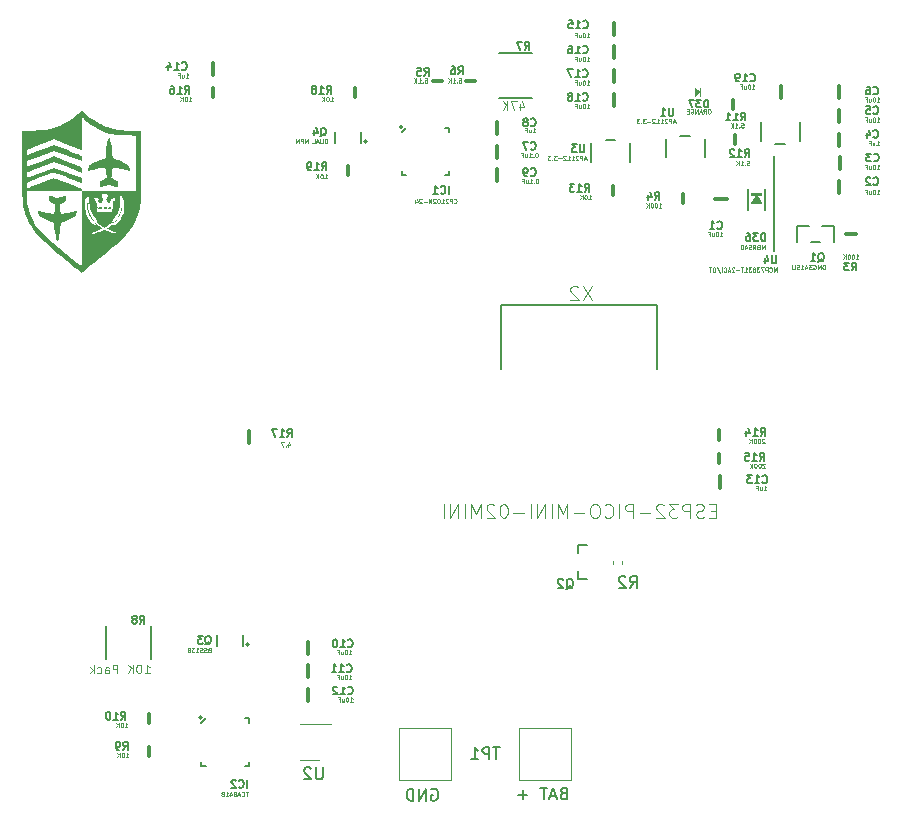
<source format=gbr>
%TF.GenerationSoftware,KiCad,Pcbnew,(6.0.7)*%
%TF.CreationDate,2022-10-22T21:09:40-04:00*%
%TF.ProjectId,Calculator,43616c63-756c-4617-946f-722e6b696361,rev?*%
%TF.SameCoordinates,Original*%
%TF.FileFunction,Legend,Bot*%
%TF.FilePolarity,Positive*%
%FSLAX46Y46*%
G04 Gerber Fmt 4.6, Leading zero omitted, Abs format (unit mm)*
G04 Created by KiCad (PCBNEW (6.0.7)) date 2022-10-22 21:09:40*
%MOMM*%
%LPD*%
G01*
G04 APERTURE LIST*
%ADD10C,0.150000*%
%ADD11C,0.146304*%
%ADD12C,0.040640*%
%ADD13C,0.101600*%
%ADD14C,0.081280*%
%ADD15C,0.304800*%
%ADD16C,0.120000*%
%ADD17C,0.203200*%
%ADD18C,0.127000*%
G04 APERTURE END LIST*
D10*
X127742641Y-49642641D02*
X127742641Y-41642641D01*
D11*
%TO.C,C10*%
X91634206Y-83147427D02*
X91665944Y-83179165D01*
X91761158Y-83210903D01*
X91824633Y-83210903D01*
X91919847Y-83179165D01*
X91983323Y-83115689D01*
X92015061Y-83052213D01*
X92046799Y-82925261D01*
X92046799Y-82830048D01*
X92015061Y-82703096D01*
X91983323Y-82639620D01*
X91919847Y-82576145D01*
X91824633Y-82544407D01*
X91761158Y-82544407D01*
X91665944Y-82576145D01*
X91634206Y-82607882D01*
X90999448Y-83210903D02*
X91380303Y-83210903D01*
X91189875Y-83210903D02*
X91189875Y-82544407D01*
X91253351Y-82639620D01*
X91316827Y-82703096D01*
X91380303Y-82734834D01*
X90586855Y-82544407D02*
X90523379Y-82544407D01*
X90459903Y-82576145D01*
X90428166Y-82607882D01*
X90396428Y-82671358D01*
X90364690Y-82798310D01*
X90364690Y-82956999D01*
X90396428Y-83083951D01*
X90428166Y-83147427D01*
X90459903Y-83179165D01*
X90523379Y-83210903D01*
X90586855Y-83210903D01*
X90650331Y-83179165D01*
X90682069Y-83147427D01*
X90713807Y-83083951D01*
X90745545Y-82956999D01*
X90745545Y-82798310D01*
X90713807Y-82671358D01*
X90682069Y-82607882D01*
X90650331Y-82576145D01*
X90586855Y-82544407D01*
D12*
X91731502Y-83825223D02*
X91940508Y-83825223D01*
X91836005Y-83825223D02*
X91836005Y-83459463D01*
X91870839Y-83511715D01*
X91905674Y-83546549D01*
X91940508Y-83563966D01*
X91505079Y-83459463D02*
X91470245Y-83459463D01*
X91435411Y-83476881D01*
X91417994Y-83494298D01*
X91400577Y-83529132D01*
X91383159Y-83598801D01*
X91383159Y-83685886D01*
X91400577Y-83755555D01*
X91417994Y-83790389D01*
X91435411Y-83807806D01*
X91470245Y-83825223D01*
X91505079Y-83825223D01*
X91539914Y-83807806D01*
X91557331Y-83790389D01*
X91574748Y-83755555D01*
X91592165Y-83685886D01*
X91592165Y-83598801D01*
X91574748Y-83529132D01*
X91557331Y-83494298D01*
X91539914Y-83476881D01*
X91505079Y-83459463D01*
X91069651Y-83581383D02*
X91069651Y-83825223D01*
X91226405Y-83581383D02*
X91226405Y-83772972D01*
X91208988Y-83807806D01*
X91174154Y-83825223D01*
X91121902Y-83825223D01*
X91087068Y-83807806D01*
X91069651Y-83790389D01*
X90773559Y-83633635D02*
X90895479Y-83633635D01*
X90895479Y-83825223D02*
X90895479Y-83459463D01*
X90721308Y-83459463D01*
D11*
%TO.C,R11*%
X124907999Y-38610903D02*
X125130164Y-38293524D01*
X125288853Y-38610903D02*
X125288853Y-37944407D01*
X125034950Y-37944407D01*
X124971474Y-37976145D01*
X124939736Y-38007882D01*
X124907999Y-38071358D01*
X124907999Y-38166572D01*
X124939736Y-38230048D01*
X124971474Y-38261786D01*
X125034950Y-38293524D01*
X125288853Y-38293524D01*
X124273240Y-38610903D02*
X124654095Y-38610903D01*
X124463668Y-38610903D02*
X124463668Y-37944407D01*
X124527144Y-38039620D01*
X124590619Y-38103096D01*
X124654095Y-38134834D01*
X123638482Y-38610903D02*
X124019337Y-38610903D01*
X123828910Y-38610903D02*
X123828910Y-37944407D01*
X123892386Y-38039620D01*
X123955861Y-38103096D01*
X124019337Y-38134834D01*
D12*
X124954967Y-38859463D02*
X125129139Y-38859463D01*
X125146556Y-39033635D01*
X125129139Y-39016218D01*
X125094305Y-38998801D01*
X125007219Y-38998801D01*
X124972385Y-39016218D01*
X124954967Y-39033635D01*
X124937550Y-39068469D01*
X124937550Y-39155555D01*
X124954967Y-39190389D01*
X124972385Y-39207806D01*
X125007219Y-39225223D01*
X125094305Y-39225223D01*
X125129139Y-39207806D01*
X125146556Y-39190389D01*
X124780796Y-39190389D02*
X124763379Y-39207806D01*
X124780796Y-39225223D01*
X124798213Y-39207806D01*
X124780796Y-39190389D01*
X124780796Y-39225223D01*
X124415036Y-39225223D02*
X124624042Y-39225223D01*
X124519539Y-39225223D02*
X124519539Y-38859463D01*
X124554373Y-38911715D01*
X124589207Y-38946549D01*
X124624042Y-38963966D01*
X124258282Y-39225223D02*
X124258282Y-38859463D01*
X124049276Y-39225223D02*
X124206030Y-39016218D01*
X124049276Y-38859463D02*
X124258282Y-39068469D01*
D10*
%TO.C,U2*%
X89504545Y-93395021D02*
X89504545Y-94204545D01*
X89456926Y-94299783D01*
X89409307Y-94347402D01*
X89314069Y-94395021D01*
X89123593Y-94395021D01*
X89028355Y-94347402D01*
X88980736Y-94299783D01*
X88933117Y-94204545D01*
X88933117Y-93395021D01*
X88504545Y-93490260D02*
X88456926Y-93442641D01*
X88361688Y-93395021D01*
X88123593Y-93395021D01*
X88028355Y-93442641D01*
X87980736Y-93490260D01*
X87933117Y-93585498D01*
X87933117Y-93680736D01*
X87980736Y-93823593D01*
X88552164Y-94395021D01*
X87933117Y-94395021D01*
D11*
%TO.C,R3*%
X134307999Y-51310903D02*
X134530164Y-50993524D01*
X134688853Y-51310903D02*
X134688853Y-50644407D01*
X134434950Y-50644407D01*
X134371474Y-50676145D01*
X134339736Y-50707882D01*
X134307999Y-50771358D01*
X134307999Y-50866572D01*
X134339736Y-50930048D01*
X134371474Y-50961786D01*
X134434950Y-50993524D01*
X134688853Y-50993524D01*
X134085833Y-50644407D02*
X133673240Y-50644407D01*
X133895406Y-50898310D01*
X133800192Y-50898310D01*
X133736716Y-50930048D01*
X133704978Y-50961786D01*
X133673240Y-51025261D01*
X133673240Y-51183951D01*
X133704978Y-51247427D01*
X133736716Y-51279165D01*
X133800192Y-51310903D01*
X133990619Y-51310903D01*
X134054095Y-51279165D01*
X134085833Y-51247427D01*
D12*
X134637550Y-50325223D02*
X134846556Y-50325223D01*
X134742053Y-50325223D02*
X134742053Y-49959463D01*
X134776887Y-50011715D01*
X134811722Y-50046549D01*
X134846556Y-50063966D01*
X134411127Y-49959463D02*
X134376293Y-49959463D01*
X134341459Y-49976881D01*
X134324042Y-49994298D01*
X134306625Y-50029132D01*
X134289207Y-50098801D01*
X134289207Y-50185886D01*
X134306625Y-50255555D01*
X134324042Y-50290389D01*
X134341459Y-50307806D01*
X134376293Y-50325223D01*
X134411127Y-50325223D01*
X134445962Y-50307806D01*
X134463379Y-50290389D01*
X134480796Y-50255555D01*
X134498213Y-50185886D01*
X134498213Y-50098801D01*
X134480796Y-50029132D01*
X134463379Y-49994298D01*
X134445962Y-49976881D01*
X134411127Y-49959463D01*
X134062785Y-49959463D02*
X134027950Y-49959463D01*
X133993116Y-49976881D01*
X133975699Y-49994298D01*
X133958282Y-50029132D01*
X133940865Y-50098801D01*
X133940865Y-50185886D01*
X133958282Y-50255555D01*
X133975699Y-50290389D01*
X133993116Y-50307806D01*
X134027950Y-50325223D01*
X134062785Y-50325223D01*
X134097619Y-50307806D01*
X134115036Y-50290389D01*
X134132453Y-50255555D01*
X134149870Y-50185886D01*
X134149870Y-50098801D01*
X134132453Y-50029132D01*
X134115036Y-49994298D01*
X134097619Y-49976881D01*
X134062785Y-49959463D01*
X133784110Y-50325223D02*
X133784110Y-49959463D01*
X133575105Y-50325223D02*
X133731859Y-50116218D01*
X133575105Y-49959463D02*
X133784110Y-50168469D01*
D11*
%TO.C,R16*%
X77829999Y-36337903D02*
X78052164Y-36020524D01*
X78210853Y-36337903D02*
X78210853Y-35671407D01*
X77956950Y-35671407D01*
X77893474Y-35703145D01*
X77861736Y-35734882D01*
X77829999Y-35798358D01*
X77829999Y-35893572D01*
X77861736Y-35957048D01*
X77893474Y-35988786D01*
X77956950Y-36020524D01*
X78210853Y-36020524D01*
X77195240Y-36337903D02*
X77576095Y-36337903D01*
X77385668Y-36337903D02*
X77385668Y-35671407D01*
X77449144Y-35766620D01*
X77512619Y-35830096D01*
X77576095Y-35861834D01*
X76623958Y-35671407D02*
X76750910Y-35671407D01*
X76814386Y-35703145D01*
X76846123Y-35734882D01*
X76909599Y-35830096D01*
X76941337Y-35957048D01*
X76941337Y-36210951D01*
X76909599Y-36274427D01*
X76877861Y-36306165D01*
X76814386Y-36337903D01*
X76687434Y-36337903D01*
X76623958Y-36306165D01*
X76592220Y-36274427D01*
X76560482Y-36210951D01*
X76560482Y-36052261D01*
X76592220Y-35988786D01*
X76623958Y-35957048D01*
X76687434Y-35925310D01*
X76814386Y-35925310D01*
X76877861Y-35957048D01*
X76909599Y-35988786D01*
X76941337Y-36052261D01*
D12*
X78159550Y-36987223D02*
X78368556Y-36987223D01*
X78264053Y-36987223D02*
X78264053Y-36621463D01*
X78298887Y-36673715D01*
X78333722Y-36708549D01*
X78368556Y-36725966D01*
X77933127Y-36621463D02*
X77898293Y-36621463D01*
X77863459Y-36638881D01*
X77846042Y-36656298D01*
X77828625Y-36691132D01*
X77811207Y-36760801D01*
X77811207Y-36847886D01*
X77828625Y-36917555D01*
X77846042Y-36952389D01*
X77863459Y-36969806D01*
X77898293Y-36987223D01*
X77933127Y-36987223D01*
X77967962Y-36969806D01*
X77985379Y-36952389D01*
X78002796Y-36917555D01*
X78020213Y-36847886D01*
X78020213Y-36760801D01*
X78002796Y-36691132D01*
X77985379Y-36656298D01*
X77967962Y-36638881D01*
X77933127Y-36621463D01*
X77654453Y-36987223D02*
X77654453Y-36621463D01*
X77445447Y-36987223D02*
X77602202Y-36778218D01*
X77445447Y-36621463D02*
X77654453Y-36830469D01*
D11*
%TO.C,R19*%
X89434206Y-42810903D02*
X89656371Y-42493524D01*
X89815061Y-42810903D02*
X89815061Y-42144407D01*
X89561158Y-42144407D01*
X89497682Y-42176145D01*
X89465944Y-42207882D01*
X89434206Y-42271358D01*
X89434206Y-42366572D01*
X89465944Y-42430048D01*
X89497682Y-42461786D01*
X89561158Y-42493524D01*
X89815061Y-42493524D01*
X88799448Y-42810903D02*
X89180303Y-42810903D01*
X88989875Y-42810903D02*
X88989875Y-42144407D01*
X89053351Y-42239620D01*
X89116827Y-42303096D01*
X89180303Y-42334834D01*
X88482069Y-42810903D02*
X88355117Y-42810903D01*
X88291641Y-42779165D01*
X88259903Y-42747427D01*
X88196428Y-42652213D01*
X88164690Y-42525261D01*
X88164690Y-42271358D01*
X88196428Y-42207882D01*
X88228166Y-42176145D01*
X88291641Y-42144407D01*
X88418593Y-42144407D01*
X88482069Y-42176145D01*
X88513807Y-42207882D01*
X88545545Y-42271358D01*
X88545545Y-42430048D01*
X88513807Y-42493524D01*
X88482069Y-42525261D01*
X88418593Y-42556999D01*
X88291641Y-42556999D01*
X88228166Y-42525261D01*
X88196428Y-42493524D01*
X88164690Y-42430048D01*
D12*
X89652828Y-43525223D02*
X89861834Y-43525223D01*
X89757331Y-43525223D02*
X89757331Y-43159463D01*
X89792165Y-43211715D01*
X89826999Y-43246549D01*
X89861834Y-43263966D01*
X89426405Y-43159463D02*
X89391571Y-43159463D01*
X89356737Y-43176881D01*
X89339319Y-43194298D01*
X89321902Y-43229132D01*
X89304485Y-43298801D01*
X89304485Y-43385886D01*
X89321902Y-43455555D01*
X89339319Y-43490389D01*
X89356737Y-43507806D01*
X89391571Y-43525223D01*
X89426405Y-43525223D01*
X89461239Y-43507806D01*
X89478657Y-43490389D01*
X89496074Y-43455555D01*
X89513491Y-43385886D01*
X89513491Y-43298801D01*
X89496074Y-43229132D01*
X89478657Y-43194298D01*
X89461239Y-43176881D01*
X89426405Y-43159463D01*
X89147731Y-43525223D02*
X89147731Y-43159463D01*
X88938725Y-43525223D02*
X89095479Y-43316218D01*
X88938725Y-43159463D02*
X89147731Y-43368469D01*
D11*
%TO.C,R15*%
X126507999Y-67410903D02*
X126730164Y-67093524D01*
X126888853Y-67410903D02*
X126888853Y-66744407D01*
X126634950Y-66744407D01*
X126571474Y-66776145D01*
X126539736Y-66807882D01*
X126507999Y-66871358D01*
X126507999Y-66966572D01*
X126539736Y-67030048D01*
X126571474Y-67061786D01*
X126634950Y-67093524D01*
X126888853Y-67093524D01*
X125873240Y-67410903D02*
X126254095Y-67410903D01*
X126063668Y-67410903D02*
X126063668Y-66744407D01*
X126127144Y-66839620D01*
X126190619Y-66903096D01*
X126254095Y-66934834D01*
X125270220Y-66744407D02*
X125587599Y-66744407D01*
X125619337Y-67061786D01*
X125587599Y-67030048D01*
X125524123Y-66998310D01*
X125365434Y-66998310D01*
X125301958Y-67030048D01*
X125270220Y-67061786D01*
X125238482Y-67125261D01*
X125238482Y-67283951D01*
X125270220Y-67347427D01*
X125301958Y-67379165D01*
X125365434Y-67410903D01*
X125524123Y-67410903D01*
X125587599Y-67379165D01*
X125619337Y-67347427D01*
D12*
X126946556Y-67694298D02*
X126929139Y-67676881D01*
X126894305Y-67659463D01*
X126807219Y-67659463D01*
X126772385Y-67676881D01*
X126754967Y-67694298D01*
X126737550Y-67729132D01*
X126737550Y-67763966D01*
X126754967Y-67816218D01*
X126963973Y-68025223D01*
X126737550Y-68025223D01*
X126511127Y-67659463D02*
X126476293Y-67659463D01*
X126441459Y-67676881D01*
X126424042Y-67694298D01*
X126406625Y-67729132D01*
X126389207Y-67798801D01*
X126389207Y-67885886D01*
X126406625Y-67955555D01*
X126424042Y-67990389D01*
X126441459Y-68007806D01*
X126476293Y-68025223D01*
X126511127Y-68025223D01*
X126545962Y-68007806D01*
X126563379Y-67990389D01*
X126580796Y-67955555D01*
X126598213Y-67885886D01*
X126598213Y-67798801D01*
X126580796Y-67729132D01*
X126563379Y-67694298D01*
X126545962Y-67676881D01*
X126511127Y-67659463D01*
X126162785Y-67659463D02*
X126127950Y-67659463D01*
X126093116Y-67676881D01*
X126075699Y-67694298D01*
X126058282Y-67729132D01*
X126040865Y-67798801D01*
X126040865Y-67885886D01*
X126058282Y-67955555D01*
X126075699Y-67990389D01*
X126093116Y-68007806D01*
X126127950Y-68025223D01*
X126162785Y-68025223D01*
X126197619Y-68007806D01*
X126215036Y-67990389D01*
X126232453Y-67955555D01*
X126249870Y-67885886D01*
X126249870Y-67798801D01*
X126232453Y-67729132D01*
X126215036Y-67694298D01*
X126197619Y-67676881D01*
X126162785Y-67659463D01*
X125884110Y-68025223D02*
X125884110Y-67659463D01*
X125675105Y-68025223D02*
X125831859Y-67816218D01*
X125675105Y-67659463D02*
X125884110Y-67868469D01*
D11*
%TO.C,U4*%
X127912041Y-50044407D02*
X127912041Y-50583951D01*
X127880303Y-50647427D01*
X127848565Y-50679165D01*
X127785089Y-50710903D01*
X127658137Y-50710903D01*
X127594662Y-50679165D01*
X127562924Y-50647427D01*
X127531186Y-50583951D01*
X127531186Y-50044407D01*
X126928166Y-50266572D02*
X126928166Y-50710903D01*
X127086855Y-50012669D02*
X127245545Y-50488737D01*
X126832952Y-50488737D01*
D12*
X127951548Y-51425223D02*
X127951548Y-51059463D01*
X127829628Y-51320721D01*
X127707708Y-51059463D01*
X127707708Y-51425223D01*
X127324531Y-51390389D02*
X127341948Y-51407806D01*
X127394199Y-51425223D01*
X127429034Y-51425223D01*
X127481285Y-51407806D01*
X127516119Y-51372972D01*
X127533537Y-51338138D01*
X127550954Y-51268469D01*
X127550954Y-51216218D01*
X127533537Y-51146549D01*
X127516119Y-51111715D01*
X127481285Y-51076881D01*
X127429034Y-51059463D01*
X127394199Y-51059463D01*
X127341948Y-51076881D01*
X127324531Y-51094298D01*
X127167777Y-51425223D02*
X127167777Y-51059463D01*
X127028439Y-51059463D01*
X126993605Y-51076881D01*
X126976188Y-51094298D01*
X126958771Y-51129132D01*
X126958771Y-51181383D01*
X126976188Y-51216218D01*
X126993605Y-51233635D01*
X127028439Y-51251052D01*
X127167777Y-51251052D01*
X126836851Y-51059463D02*
X126593011Y-51059463D01*
X126749765Y-51425223D01*
X126488508Y-51059463D02*
X126262085Y-51059463D01*
X126384005Y-51198801D01*
X126331754Y-51198801D01*
X126296919Y-51216218D01*
X126279502Y-51233635D01*
X126262085Y-51268469D01*
X126262085Y-51355555D01*
X126279502Y-51390389D01*
X126296919Y-51407806D01*
X126331754Y-51425223D01*
X126436257Y-51425223D01*
X126471091Y-51407806D01*
X126488508Y-51390389D01*
X126053079Y-51216218D02*
X126087914Y-51198801D01*
X126105331Y-51181383D01*
X126122748Y-51146549D01*
X126122748Y-51129132D01*
X126105331Y-51094298D01*
X126087914Y-51076881D01*
X126053079Y-51059463D01*
X125983411Y-51059463D01*
X125948577Y-51076881D01*
X125931159Y-51094298D01*
X125913742Y-51129132D01*
X125913742Y-51146549D01*
X125931159Y-51181383D01*
X125948577Y-51198801D01*
X125983411Y-51216218D01*
X126053079Y-51216218D01*
X126087914Y-51233635D01*
X126105331Y-51251052D01*
X126122748Y-51285886D01*
X126122748Y-51355555D01*
X126105331Y-51390389D01*
X126087914Y-51407806D01*
X126053079Y-51425223D01*
X125983411Y-51425223D01*
X125948577Y-51407806D01*
X125931159Y-51390389D01*
X125913742Y-51355555D01*
X125913742Y-51285886D01*
X125931159Y-51251052D01*
X125948577Y-51233635D01*
X125983411Y-51216218D01*
X125791822Y-51059463D02*
X125565399Y-51059463D01*
X125687319Y-51198801D01*
X125635068Y-51198801D01*
X125600234Y-51216218D01*
X125582817Y-51233635D01*
X125565399Y-51268469D01*
X125565399Y-51355555D01*
X125582817Y-51390389D01*
X125600234Y-51407806D01*
X125635068Y-51425223D01*
X125739571Y-51425223D01*
X125774405Y-51407806D01*
X125791822Y-51390389D01*
X125217057Y-51425223D02*
X125426062Y-51425223D01*
X125321559Y-51425223D02*
X125321559Y-51059463D01*
X125356394Y-51111715D01*
X125391228Y-51146549D01*
X125426062Y-51163966D01*
X125112554Y-51059463D02*
X124903548Y-51059463D01*
X125008051Y-51425223D02*
X125008051Y-51059463D01*
X124781628Y-51285886D02*
X124502954Y-51285886D01*
X124346199Y-51094298D02*
X124328782Y-51076881D01*
X124293948Y-51059463D01*
X124206862Y-51059463D01*
X124172028Y-51076881D01*
X124154611Y-51094298D01*
X124137194Y-51129132D01*
X124137194Y-51163966D01*
X124154611Y-51216218D01*
X124363617Y-51425223D01*
X124137194Y-51425223D01*
X123997857Y-51320721D02*
X123823685Y-51320721D01*
X124032691Y-51425223D02*
X123910771Y-51059463D01*
X123788851Y-51425223D01*
X123457925Y-51390389D02*
X123475342Y-51407806D01*
X123527594Y-51425223D01*
X123562428Y-51425223D01*
X123614679Y-51407806D01*
X123649514Y-51372972D01*
X123666931Y-51338138D01*
X123684348Y-51268469D01*
X123684348Y-51216218D01*
X123666931Y-51146549D01*
X123649514Y-51111715D01*
X123614679Y-51076881D01*
X123562428Y-51059463D01*
X123527594Y-51059463D01*
X123475342Y-51076881D01*
X123457925Y-51094298D01*
X123301171Y-51425223D02*
X123301171Y-51059463D01*
X122865742Y-51042046D02*
X123179251Y-51512309D01*
X122674154Y-51059463D02*
X122604485Y-51059463D01*
X122569651Y-51076881D01*
X122534817Y-51111715D01*
X122517399Y-51181383D01*
X122517399Y-51303303D01*
X122534817Y-51372972D01*
X122569651Y-51407806D01*
X122604485Y-51425223D01*
X122674154Y-51425223D01*
X122708988Y-51407806D01*
X122743822Y-51372972D01*
X122761239Y-51303303D01*
X122761239Y-51181383D01*
X122743822Y-51111715D01*
X122708988Y-51076881D01*
X122674154Y-51059463D01*
X122412897Y-51059463D02*
X122203891Y-51059463D01*
X122308394Y-51425223D02*
X122308394Y-51059463D01*
D11*
%TO.C,C8*%
X107131448Y-39020427D02*
X107163186Y-39052165D01*
X107258399Y-39083903D01*
X107321875Y-39083903D01*
X107417089Y-39052165D01*
X107480565Y-38988689D01*
X107512303Y-38925213D01*
X107544041Y-38798261D01*
X107544041Y-38703048D01*
X107512303Y-38576096D01*
X107480565Y-38512620D01*
X107417089Y-38449145D01*
X107321875Y-38417407D01*
X107258399Y-38417407D01*
X107163186Y-38449145D01*
X107131448Y-38480882D01*
X106750593Y-38703048D02*
X106814069Y-38671310D01*
X106845807Y-38639572D01*
X106877545Y-38576096D01*
X106877545Y-38544358D01*
X106845807Y-38480882D01*
X106814069Y-38449145D01*
X106750593Y-38417407D01*
X106623641Y-38417407D01*
X106560166Y-38449145D01*
X106528428Y-38480882D01*
X106496690Y-38544358D01*
X106496690Y-38576096D01*
X106528428Y-38639572D01*
X106560166Y-38671310D01*
X106623641Y-38703048D01*
X106750593Y-38703048D01*
X106814069Y-38734786D01*
X106845807Y-38766524D01*
X106877545Y-38829999D01*
X106877545Y-38956951D01*
X106845807Y-39020427D01*
X106814069Y-39052165D01*
X106750593Y-39083903D01*
X106623641Y-39083903D01*
X106560166Y-39052165D01*
X106528428Y-39020427D01*
X106496690Y-38956951D01*
X106496690Y-38829999D01*
X106528428Y-38766524D01*
X106560166Y-38734786D01*
X106623641Y-38703048D01*
D12*
X107283159Y-39625223D02*
X107492165Y-39625223D01*
X107387662Y-39625223D02*
X107387662Y-39259463D01*
X107422497Y-39311715D01*
X107457331Y-39346549D01*
X107492165Y-39363966D01*
X106969651Y-39381383D02*
X106969651Y-39625223D01*
X107126405Y-39381383D02*
X107126405Y-39572972D01*
X107108988Y-39607806D01*
X107074154Y-39625223D01*
X107021902Y-39625223D01*
X106987068Y-39607806D01*
X106969651Y-39590389D01*
X106673559Y-39433635D02*
X106795479Y-39433635D01*
X106795479Y-39625223D02*
X106795479Y-39259463D01*
X106621308Y-39259463D01*
D11*
%TO.C,R17*%
X86507999Y-65410903D02*
X86730164Y-65093524D01*
X86888853Y-65410903D02*
X86888853Y-64744407D01*
X86634950Y-64744407D01*
X86571474Y-64776145D01*
X86539736Y-64807882D01*
X86507999Y-64871358D01*
X86507999Y-64966572D01*
X86539736Y-65030048D01*
X86571474Y-65061786D01*
X86634950Y-65093524D01*
X86888853Y-65093524D01*
X85873240Y-65410903D02*
X86254095Y-65410903D01*
X86063668Y-65410903D02*
X86063668Y-64744407D01*
X86127144Y-64839620D01*
X86190619Y-64903096D01*
X86254095Y-64934834D01*
X85651075Y-64744407D02*
X85206744Y-64744407D01*
X85492386Y-65410903D01*
D12*
X86572385Y-65981383D02*
X86572385Y-66225223D01*
X86659470Y-65842046D02*
X86746556Y-66103303D01*
X86520133Y-66103303D01*
X86380796Y-66190389D02*
X86363379Y-66207806D01*
X86380796Y-66225223D01*
X86398213Y-66207806D01*
X86380796Y-66190389D01*
X86380796Y-66225223D01*
X86241459Y-65859463D02*
X85997619Y-65859463D01*
X86154373Y-66225223D01*
D11*
%TO.C,Q1*%
X131444523Y-50574378D02*
X131507999Y-50542641D01*
X131571474Y-50479165D01*
X131666688Y-50383951D01*
X131730164Y-50352213D01*
X131793640Y-50352213D01*
X131761902Y-50510903D02*
X131825378Y-50479165D01*
X131888853Y-50415689D01*
X131920591Y-50288737D01*
X131920591Y-50066572D01*
X131888853Y-49939620D01*
X131825378Y-49876145D01*
X131761902Y-49844407D01*
X131634950Y-49844407D01*
X131571474Y-49876145D01*
X131507999Y-49939620D01*
X131476261Y-50066572D01*
X131476261Y-50288737D01*
X131507999Y-50415689D01*
X131571474Y-50479165D01*
X131634950Y-50510903D01*
X131761902Y-50510903D01*
X130841503Y-50510903D02*
X131222357Y-50510903D01*
X131031930Y-50510903D02*
X131031930Y-49844407D01*
X131095406Y-49939620D01*
X131158882Y-50003096D01*
X131222357Y-50034834D01*
D12*
X132029139Y-51225223D02*
X132029139Y-50859463D01*
X131942053Y-50859463D01*
X131889802Y-50876881D01*
X131854967Y-50911715D01*
X131837550Y-50946549D01*
X131820133Y-51016218D01*
X131820133Y-51068469D01*
X131837550Y-51138138D01*
X131854967Y-51172972D01*
X131889802Y-51207806D01*
X131942053Y-51225223D01*
X132029139Y-51225223D01*
X131663379Y-51225223D02*
X131663379Y-50859463D01*
X131541459Y-51120721D01*
X131419539Y-50859463D01*
X131419539Y-51225223D01*
X131053779Y-50876881D02*
X131088613Y-50859463D01*
X131140865Y-50859463D01*
X131193116Y-50876881D01*
X131227950Y-50911715D01*
X131245367Y-50946549D01*
X131262785Y-51016218D01*
X131262785Y-51068469D01*
X131245367Y-51138138D01*
X131227950Y-51172972D01*
X131193116Y-51207806D01*
X131140865Y-51225223D01*
X131106030Y-51225223D01*
X131053779Y-51207806D01*
X131036362Y-51190389D01*
X131036362Y-51068469D01*
X131106030Y-51068469D01*
X130914442Y-50859463D02*
X130688019Y-50859463D01*
X130809939Y-50998801D01*
X130757687Y-50998801D01*
X130722853Y-51016218D01*
X130705436Y-51033635D01*
X130688019Y-51068469D01*
X130688019Y-51155555D01*
X130705436Y-51190389D01*
X130722853Y-51207806D01*
X130757687Y-51225223D01*
X130862190Y-51225223D01*
X130897025Y-51207806D01*
X130914442Y-51190389D01*
X130374510Y-50981383D02*
X130374510Y-51225223D01*
X130461596Y-50842046D02*
X130548682Y-51103303D01*
X130322259Y-51103303D01*
X129991333Y-51225223D02*
X130200339Y-51225223D01*
X130095836Y-51225223D02*
X130095836Y-50859463D01*
X130130670Y-50911715D01*
X130165505Y-50946549D01*
X130200339Y-50963966D01*
X129660407Y-50859463D02*
X129834579Y-50859463D01*
X129851996Y-51033635D01*
X129834579Y-51016218D01*
X129799745Y-50998801D01*
X129712659Y-50998801D01*
X129677825Y-51016218D01*
X129660407Y-51033635D01*
X129642990Y-51068469D01*
X129642990Y-51155555D01*
X129660407Y-51190389D01*
X129677825Y-51207806D01*
X129712659Y-51225223D01*
X129799745Y-51225223D01*
X129834579Y-51207806D01*
X129851996Y-51190389D01*
X129486236Y-50859463D02*
X129486236Y-51155555D01*
X129468819Y-51190389D01*
X129451402Y-51207806D01*
X129416567Y-51225223D01*
X129346899Y-51225223D01*
X129312065Y-51207806D01*
X129294647Y-51190389D01*
X129277230Y-51155555D01*
X129277230Y-50859463D01*
D11*
%TO.C,D37*%
X122165061Y-37510903D02*
X122165061Y-36844407D01*
X122006371Y-36844407D01*
X121911158Y-36876145D01*
X121847682Y-36939620D01*
X121815944Y-37003096D01*
X121784206Y-37130048D01*
X121784206Y-37225261D01*
X121815944Y-37352213D01*
X121847682Y-37415689D01*
X121911158Y-37479165D01*
X122006371Y-37510903D01*
X122165061Y-37510903D01*
X121562041Y-36844407D02*
X121149448Y-36844407D01*
X121371613Y-37098310D01*
X121276399Y-37098310D01*
X121212924Y-37130048D01*
X121181186Y-37161786D01*
X121149448Y-37225261D01*
X121149448Y-37383951D01*
X121181186Y-37447427D01*
X121212924Y-37479165D01*
X121276399Y-37510903D01*
X121466827Y-37510903D01*
X121530303Y-37479165D01*
X121562041Y-37447427D01*
X120927282Y-36844407D02*
X120482952Y-36844407D01*
X120768593Y-37510903D01*
D12*
X122254611Y-37659463D02*
X122184942Y-37659463D01*
X122150108Y-37676881D01*
X122115274Y-37711715D01*
X122097857Y-37781383D01*
X122097857Y-37903303D01*
X122115274Y-37972972D01*
X122150108Y-38007806D01*
X122184942Y-38025223D01*
X122254611Y-38025223D01*
X122289445Y-38007806D01*
X122324279Y-37972972D01*
X122341697Y-37903303D01*
X122341697Y-37781383D01*
X122324279Y-37711715D01*
X122289445Y-37676881D01*
X122254611Y-37659463D01*
X121732097Y-38025223D02*
X121854017Y-37851052D01*
X121941102Y-38025223D02*
X121941102Y-37659463D01*
X121801765Y-37659463D01*
X121766931Y-37676881D01*
X121749514Y-37694298D01*
X121732097Y-37729132D01*
X121732097Y-37781383D01*
X121749514Y-37816218D01*
X121766931Y-37833635D01*
X121801765Y-37851052D01*
X121941102Y-37851052D01*
X121592759Y-37920721D02*
X121418588Y-37920721D01*
X121627594Y-38025223D02*
X121505674Y-37659463D01*
X121383754Y-38025223D01*
X121261834Y-38025223D02*
X121261834Y-37659463D01*
X121052828Y-38025223D01*
X121052828Y-37659463D01*
X120687068Y-37676881D02*
X120721902Y-37659463D01*
X120774154Y-37659463D01*
X120826405Y-37676881D01*
X120861239Y-37711715D01*
X120878657Y-37746549D01*
X120896074Y-37816218D01*
X120896074Y-37868469D01*
X120878657Y-37938138D01*
X120861239Y-37972972D01*
X120826405Y-38007806D01*
X120774154Y-38025223D01*
X120739319Y-38025223D01*
X120687068Y-38007806D01*
X120669651Y-37990389D01*
X120669651Y-37868469D01*
X120739319Y-37868469D01*
X120512897Y-37833635D02*
X120390977Y-37833635D01*
X120338725Y-38025223D02*
X120512897Y-38025223D01*
X120512897Y-37659463D01*
X120338725Y-37659463D01*
D11*
%TO.C,C5*%
X136131448Y-38020427D02*
X136163186Y-38052165D01*
X136258399Y-38083903D01*
X136321875Y-38083903D01*
X136417089Y-38052165D01*
X136480565Y-37988689D01*
X136512303Y-37925213D01*
X136544041Y-37798261D01*
X136544041Y-37703048D01*
X136512303Y-37576096D01*
X136480565Y-37512620D01*
X136417089Y-37449145D01*
X136321875Y-37417407D01*
X136258399Y-37417407D01*
X136163186Y-37449145D01*
X136131448Y-37480882D01*
X135528428Y-37417407D02*
X135845807Y-37417407D01*
X135877545Y-37734786D01*
X135845807Y-37703048D01*
X135782331Y-37671310D01*
X135623641Y-37671310D01*
X135560166Y-37703048D01*
X135528428Y-37734786D01*
X135496690Y-37798261D01*
X135496690Y-37956951D01*
X135528428Y-38020427D01*
X135560166Y-38052165D01*
X135623641Y-38083903D01*
X135782331Y-38083903D01*
X135845807Y-38052165D01*
X135877545Y-38020427D01*
D12*
X136431502Y-38725223D02*
X136640508Y-38725223D01*
X136536005Y-38725223D02*
X136536005Y-38359463D01*
X136570839Y-38411715D01*
X136605674Y-38446549D01*
X136640508Y-38463966D01*
X136205079Y-38359463D02*
X136170245Y-38359463D01*
X136135411Y-38376881D01*
X136117994Y-38394298D01*
X136100577Y-38429132D01*
X136083159Y-38498801D01*
X136083159Y-38585886D01*
X136100577Y-38655555D01*
X136117994Y-38690389D01*
X136135411Y-38707806D01*
X136170245Y-38725223D01*
X136205079Y-38725223D01*
X136239914Y-38707806D01*
X136257331Y-38690389D01*
X136274748Y-38655555D01*
X136292165Y-38585886D01*
X136292165Y-38498801D01*
X136274748Y-38429132D01*
X136257331Y-38394298D01*
X136239914Y-38376881D01*
X136205079Y-38359463D01*
X135769651Y-38481383D02*
X135769651Y-38725223D01*
X135926405Y-38481383D02*
X135926405Y-38672972D01*
X135908988Y-38707806D01*
X135874154Y-38725223D01*
X135821902Y-38725223D01*
X135787068Y-38707806D01*
X135769651Y-38690389D01*
X135473559Y-38533635D02*
X135595479Y-38533635D01*
X135595479Y-38725223D02*
X135595479Y-38359463D01*
X135421308Y-38359463D01*
D11*
%TO.C,C6*%
X136131448Y-36347427D02*
X136163186Y-36379165D01*
X136258399Y-36410903D01*
X136321875Y-36410903D01*
X136417089Y-36379165D01*
X136480565Y-36315689D01*
X136512303Y-36252213D01*
X136544041Y-36125261D01*
X136544041Y-36030048D01*
X136512303Y-35903096D01*
X136480565Y-35839620D01*
X136417089Y-35776145D01*
X136321875Y-35744407D01*
X136258399Y-35744407D01*
X136163186Y-35776145D01*
X136131448Y-35807882D01*
X135560166Y-35744407D02*
X135687117Y-35744407D01*
X135750593Y-35776145D01*
X135782331Y-35807882D01*
X135845807Y-35903096D01*
X135877545Y-36030048D01*
X135877545Y-36283951D01*
X135845807Y-36347427D01*
X135814069Y-36379165D01*
X135750593Y-36410903D01*
X135623641Y-36410903D01*
X135560166Y-36379165D01*
X135528428Y-36347427D01*
X135496690Y-36283951D01*
X135496690Y-36125261D01*
X135528428Y-36061786D01*
X135560166Y-36030048D01*
X135623641Y-35998310D01*
X135750593Y-35998310D01*
X135814069Y-36030048D01*
X135845807Y-36061786D01*
X135877545Y-36125261D01*
D12*
X136431502Y-37025223D02*
X136640508Y-37025223D01*
X136536005Y-37025223D02*
X136536005Y-36659463D01*
X136570839Y-36711715D01*
X136605674Y-36746549D01*
X136640508Y-36763966D01*
X136205079Y-36659463D02*
X136170245Y-36659463D01*
X136135411Y-36676881D01*
X136117994Y-36694298D01*
X136100577Y-36729132D01*
X136083159Y-36798801D01*
X136083159Y-36885886D01*
X136100577Y-36955555D01*
X136117994Y-36990389D01*
X136135411Y-37007806D01*
X136170245Y-37025223D01*
X136205079Y-37025223D01*
X136239914Y-37007806D01*
X136257331Y-36990389D01*
X136274748Y-36955555D01*
X136292165Y-36885886D01*
X136292165Y-36798801D01*
X136274748Y-36729132D01*
X136257331Y-36694298D01*
X136239914Y-36676881D01*
X136205079Y-36659463D01*
X135769651Y-36781383D02*
X135769651Y-37025223D01*
X135926405Y-36781383D02*
X135926405Y-36972972D01*
X135908988Y-37007806D01*
X135874154Y-37025223D01*
X135821902Y-37025223D01*
X135787068Y-37007806D01*
X135769651Y-36990389D01*
X135473559Y-36833635D02*
X135595479Y-36833635D01*
X135595479Y-37025223D02*
X135595479Y-36659463D01*
X135421308Y-36659463D01*
D11*
%TO.C,C7*%
X107131448Y-41020427D02*
X107163186Y-41052165D01*
X107258399Y-41083903D01*
X107321875Y-41083903D01*
X107417089Y-41052165D01*
X107480565Y-40988689D01*
X107512303Y-40925213D01*
X107544041Y-40798261D01*
X107544041Y-40703048D01*
X107512303Y-40576096D01*
X107480565Y-40512620D01*
X107417089Y-40449145D01*
X107321875Y-40417407D01*
X107258399Y-40417407D01*
X107163186Y-40449145D01*
X107131448Y-40480882D01*
X106909282Y-40417407D02*
X106464952Y-40417407D01*
X106750593Y-41083903D01*
D12*
X107627594Y-41359463D02*
X107592759Y-41359463D01*
X107557925Y-41376881D01*
X107540508Y-41394298D01*
X107523091Y-41429132D01*
X107505674Y-41498801D01*
X107505674Y-41585886D01*
X107523091Y-41655555D01*
X107540508Y-41690389D01*
X107557925Y-41707806D01*
X107592759Y-41725223D01*
X107627594Y-41725223D01*
X107662428Y-41707806D01*
X107679845Y-41690389D01*
X107697262Y-41655555D01*
X107714679Y-41585886D01*
X107714679Y-41498801D01*
X107697262Y-41429132D01*
X107679845Y-41394298D01*
X107662428Y-41376881D01*
X107627594Y-41359463D01*
X107348919Y-41690389D02*
X107331502Y-41707806D01*
X107348919Y-41725223D01*
X107366337Y-41707806D01*
X107348919Y-41690389D01*
X107348919Y-41725223D01*
X106983159Y-41725223D02*
X107192165Y-41725223D01*
X107087662Y-41725223D02*
X107087662Y-41359463D01*
X107122497Y-41411715D01*
X107157331Y-41446549D01*
X107192165Y-41463966D01*
X106669651Y-41481383D02*
X106669651Y-41725223D01*
X106826405Y-41481383D02*
X106826405Y-41672972D01*
X106808988Y-41707806D01*
X106774154Y-41725223D01*
X106721902Y-41725223D01*
X106687068Y-41707806D01*
X106669651Y-41690389D01*
X106373559Y-41533635D02*
X106495479Y-41533635D01*
X106495479Y-41725223D02*
X106495479Y-41359463D01*
X106321308Y-41359463D01*
D13*
%TO.C,X2*%
X112309686Y-52618602D02*
X111530753Y-53787002D01*
X111530753Y-52618602D02*
X112309686Y-53787002D01*
X111141286Y-52729879D02*
X111085648Y-52674241D01*
X110974372Y-52618602D01*
X110696181Y-52618602D01*
X110584905Y-52674241D01*
X110529267Y-52729879D01*
X110473629Y-52841155D01*
X110473629Y-52952431D01*
X110529267Y-53119345D01*
X111196924Y-53787002D01*
X110473629Y-53787002D01*
X122798410Y-71643383D02*
X122408943Y-71643383D01*
X122242029Y-72255402D02*
X122798410Y-72255402D01*
X122798410Y-71087002D01*
X122242029Y-71087002D01*
X121796924Y-72199764D02*
X121630010Y-72255402D01*
X121351820Y-72255402D01*
X121240543Y-72199764D01*
X121184905Y-72144126D01*
X121129267Y-72032850D01*
X121129267Y-71921574D01*
X121184905Y-71810298D01*
X121240543Y-71754660D01*
X121351820Y-71699021D01*
X121574372Y-71643383D01*
X121685648Y-71587745D01*
X121741286Y-71532107D01*
X121796924Y-71420831D01*
X121796924Y-71309555D01*
X121741286Y-71198279D01*
X121685648Y-71142641D01*
X121574372Y-71087002D01*
X121296181Y-71087002D01*
X121129267Y-71142641D01*
X120628524Y-72255402D02*
X120628524Y-71087002D01*
X120183420Y-71087002D01*
X120072143Y-71142641D01*
X120016505Y-71198279D01*
X119960867Y-71309555D01*
X119960867Y-71476469D01*
X120016505Y-71587745D01*
X120072143Y-71643383D01*
X120183420Y-71699021D01*
X120628524Y-71699021D01*
X119571401Y-71087002D02*
X118848105Y-71087002D01*
X119237572Y-71532107D01*
X119070658Y-71532107D01*
X118959381Y-71587745D01*
X118903743Y-71643383D01*
X118848105Y-71754660D01*
X118848105Y-72032850D01*
X118903743Y-72144126D01*
X118959381Y-72199764D01*
X119070658Y-72255402D01*
X119404486Y-72255402D01*
X119515762Y-72199764D01*
X119571401Y-72144126D01*
X118403001Y-71198279D02*
X118347362Y-71142641D01*
X118236086Y-71087002D01*
X117957896Y-71087002D01*
X117846620Y-71142641D01*
X117790981Y-71198279D01*
X117735343Y-71309555D01*
X117735343Y-71420831D01*
X117790981Y-71587745D01*
X118458639Y-72255402D01*
X117735343Y-72255402D01*
X117234601Y-71810298D02*
X116344391Y-71810298D01*
X115788010Y-72255402D02*
X115788010Y-71087002D01*
X115342905Y-71087002D01*
X115231629Y-71142641D01*
X115175991Y-71198279D01*
X115120353Y-71309555D01*
X115120353Y-71476469D01*
X115175991Y-71587745D01*
X115231629Y-71643383D01*
X115342905Y-71699021D01*
X115788010Y-71699021D01*
X114619610Y-72255402D02*
X114619610Y-71087002D01*
X113395572Y-72144126D02*
X113451210Y-72199764D01*
X113618124Y-72255402D01*
X113729401Y-72255402D01*
X113896315Y-72199764D01*
X114007591Y-72088488D01*
X114063229Y-71977212D01*
X114118867Y-71754660D01*
X114118867Y-71587745D01*
X114063229Y-71365193D01*
X114007591Y-71253917D01*
X113896315Y-71142641D01*
X113729401Y-71087002D01*
X113618124Y-71087002D01*
X113451210Y-71142641D01*
X113395572Y-71198279D01*
X112672277Y-71087002D02*
X112449724Y-71087002D01*
X112338448Y-71142641D01*
X112227172Y-71253917D01*
X112171534Y-71476469D01*
X112171534Y-71865936D01*
X112227172Y-72088488D01*
X112338448Y-72199764D01*
X112449724Y-72255402D01*
X112672277Y-72255402D01*
X112783553Y-72199764D01*
X112894829Y-72088488D01*
X112950467Y-71865936D01*
X112950467Y-71476469D01*
X112894829Y-71253917D01*
X112783553Y-71142641D01*
X112672277Y-71087002D01*
X111670791Y-71810298D02*
X110780581Y-71810298D01*
X110224201Y-72255402D02*
X110224201Y-71087002D01*
X109834734Y-71921574D01*
X109445267Y-71087002D01*
X109445267Y-72255402D01*
X108888886Y-72255402D02*
X108888886Y-71087002D01*
X108332505Y-72255402D02*
X108332505Y-71087002D01*
X107664848Y-72255402D01*
X107664848Y-71087002D01*
X107108467Y-72255402D02*
X107108467Y-71087002D01*
X106552086Y-71810298D02*
X105661877Y-71810298D01*
X104882943Y-71087002D02*
X104771667Y-71087002D01*
X104660391Y-71142641D01*
X104604753Y-71198279D01*
X104549115Y-71309555D01*
X104493477Y-71532107D01*
X104493477Y-71810298D01*
X104549115Y-72032850D01*
X104604753Y-72144126D01*
X104660391Y-72199764D01*
X104771667Y-72255402D01*
X104882943Y-72255402D01*
X104994220Y-72199764D01*
X105049858Y-72144126D01*
X105105496Y-72032850D01*
X105161134Y-71810298D01*
X105161134Y-71532107D01*
X105105496Y-71309555D01*
X105049858Y-71198279D01*
X104994220Y-71142641D01*
X104882943Y-71087002D01*
X104048372Y-71198279D02*
X103992734Y-71142641D01*
X103881458Y-71087002D01*
X103603267Y-71087002D01*
X103491991Y-71142641D01*
X103436353Y-71198279D01*
X103380715Y-71309555D01*
X103380715Y-71420831D01*
X103436353Y-71587745D01*
X104104010Y-72255402D01*
X103380715Y-72255402D01*
X102879972Y-72255402D02*
X102879972Y-71087002D01*
X102490505Y-71921574D01*
X102101039Y-71087002D01*
X102101039Y-72255402D01*
X101544658Y-72255402D02*
X101544658Y-71087002D01*
X100988277Y-72255402D02*
X100988277Y-71087002D01*
X100320620Y-72255402D01*
X100320620Y-71087002D01*
X99764239Y-72255402D02*
X99764239Y-71087002D01*
D11*
%TO.C,R9*%
X72607999Y-91910903D02*
X72830164Y-91593524D01*
X72988853Y-91910903D02*
X72988853Y-91244407D01*
X72734950Y-91244407D01*
X72671474Y-91276145D01*
X72639736Y-91307882D01*
X72607999Y-91371358D01*
X72607999Y-91466572D01*
X72639736Y-91530048D01*
X72671474Y-91561786D01*
X72734950Y-91593524D01*
X72988853Y-91593524D01*
X72290619Y-91910903D02*
X72163668Y-91910903D01*
X72100192Y-91879165D01*
X72068454Y-91847427D01*
X72004978Y-91752213D01*
X71973240Y-91625261D01*
X71973240Y-91371358D01*
X72004978Y-91307882D01*
X72036716Y-91276145D01*
X72100192Y-91244407D01*
X72227144Y-91244407D01*
X72290619Y-91276145D01*
X72322357Y-91307882D01*
X72354095Y-91371358D01*
X72354095Y-91530048D01*
X72322357Y-91593524D01*
X72290619Y-91625261D01*
X72227144Y-91656999D01*
X72100192Y-91656999D01*
X72036716Y-91625261D01*
X72004978Y-91593524D01*
X71973240Y-91530048D01*
D12*
X72837550Y-92525223D02*
X73046556Y-92525223D01*
X72942053Y-92525223D02*
X72942053Y-92159463D01*
X72976887Y-92211715D01*
X73011722Y-92246549D01*
X73046556Y-92263966D01*
X72611127Y-92159463D02*
X72576293Y-92159463D01*
X72541459Y-92176881D01*
X72524042Y-92194298D01*
X72506625Y-92229132D01*
X72489207Y-92298801D01*
X72489207Y-92385886D01*
X72506625Y-92455555D01*
X72524042Y-92490389D01*
X72541459Y-92507806D01*
X72576293Y-92525223D01*
X72611127Y-92525223D01*
X72645962Y-92507806D01*
X72663379Y-92490389D01*
X72680796Y-92455555D01*
X72698213Y-92385886D01*
X72698213Y-92298801D01*
X72680796Y-92229132D01*
X72663379Y-92194298D01*
X72645962Y-92176881D01*
X72611127Y-92159463D01*
X72332453Y-92525223D02*
X72332453Y-92159463D01*
X72123447Y-92525223D02*
X72280202Y-92316218D01*
X72123447Y-92159463D02*
X72332453Y-92368469D01*
D11*
%TO.C,Q4*%
X89293523Y-39947378D02*
X89356999Y-39915641D01*
X89420474Y-39852165D01*
X89515688Y-39756951D01*
X89579164Y-39725213D01*
X89642640Y-39725213D01*
X89610902Y-39883903D02*
X89674378Y-39852165D01*
X89737853Y-39788689D01*
X89769591Y-39661737D01*
X89769591Y-39439572D01*
X89737853Y-39312620D01*
X89674378Y-39249145D01*
X89610902Y-39217407D01*
X89483950Y-39217407D01*
X89420474Y-39249145D01*
X89356999Y-39312620D01*
X89325261Y-39439572D01*
X89325261Y-39661737D01*
X89356999Y-39788689D01*
X89420474Y-39852165D01*
X89483950Y-39883903D01*
X89610902Y-39883903D01*
X88753978Y-39439572D02*
X88753978Y-39883903D01*
X88912668Y-39185669D02*
X89071357Y-39661737D01*
X88658765Y-39661737D01*
D12*
X89878139Y-40533223D02*
X89878139Y-40167463D01*
X89791053Y-40167463D01*
X89738802Y-40184881D01*
X89703967Y-40219715D01*
X89686550Y-40254549D01*
X89669133Y-40324218D01*
X89669133Y-40376469D01*
X89686550Y-40446138D01*
X89703967Y-40480972D01*
X89738802Y-40515806D01*
X89791053Y-40533223D01*
X89878139Y-40533223D01*
X89512379Y-40167463D02*
X89512379Y-40463555D01*
X89494962Y-40498389D01*
X89477545Y-40515806D01*
X89442710Y-40533223D01*
X89373042Y-40533223D01*
X89338207Y-40515806D01*
X89320790Y-40498389D01*
X89303373Y-40463555D01*
X89303373Y-40167463D01*
X89146619Y-40428721D02*
X88972447Y-40428721D01*
X89181453Y-40533223D02*
X89059533Y-40167463D01*
X88937613Y-40533223D01*
X88641522Y-40533223D02*
X88815693Y-40533223D01*
X88815693Y-40167463D01*
X88240927Y-40533223D02*
X88240927Y-40167463D01*
X88031922Y-40533223D01*
X88031922Y-40167463D01*
X87857750Y-40533223D02*
X87857750Y-40167463D01*
X87718413Y-40167463D01*
X87683579Y-40184881D01*
X87666162Y-40202298D01*
X87648745Y-40237132D01*
X87648745Y-40289383D01*
X87666162Y-40324218D01*
X87683579Y-40341635D01*
X87718413Y-40359052D01*
X87857750Y-40359052D01*
X87491990Y-40533223D02*
X87491990Y-40167463D01*
X87282985Y-40533223D01*
X87282985Y-40167463D01*
D11*
%TO.C,R12*%
X125234206Y-41710903D02*
X125456371Y-41393524D01*
X125615061Y-41710903D02*
X125615061Y-41044407D01*
X125361158Y-41044407D01*
X125297682Y-41076145D01*
X125265944Y-41107882D01*
X125234206Y-41171358D01*
X125234206Y-41266572D01*
X125265944Y-41330048D01*
X125297682Y-41361786D01*
X125361158Y-41393524D01*
X125615061Y-41393524D01*
X124599448Y-41710903D02*
X124980303Y-41710903D01*
X124789875Y-41710903D02*
X124789875Y-41044407D01*
X124853351Y-41139620D01*
X124916827Y-41203096D01*
X124980303Y-41234834D01*
X124345545Y-41107882D02*
X124313807Y-41076145D01*
X124250331Y-41044407D01*
X124091641Y-41044407D01*
X124028166Y-41076145D01*
X123996428Y-41107882D01*
X123964690Y-41171358D01*
X123964690Y-41234834D01*
X123996428Y-41330048D01*
X124377282Y-41710903D01*
X123964690Y-41710903D01*
D12*
X125444417Y-42059463D02*
X125618588Y-42059463D01*
X125636005Y-42233635D01*
X125618588Y-42216218D01*
X125583754Y-42198801D01*
X125496668Y-42198801D01*
X125461834Y-42216218D01*
X125444417Y-42233635D01*
X125426999Y-42268469D01*
X125426999Y-42355555D01*
X125444417Y-42390389D01*
X125461834Y-42407806D01*
X125496668Y-42425223D01*
X125583754Y-42425223D01*
X125618588Y-42407806D01*
X125636005Y-42390389D01*
X125270245Y-42390389D02*
X125252828Y-42407806D01*
X125270245Y-42425223D01*
X125287662Y-42407806D01*
X125270245Y-42390389D01*
X125270245Y-42425223D01*
X124904485Y-42425223D02*
X125113491Y-42425223D01*
X125008988Y-42425223D02*
X125008988Y-42059463D01*
X125043822Y-42111715D01*
X125078657Y-42146549D01*
X125113491Y-42163966D01*
X124747731Y-42425223D02*
X124747731Y-42059463D01*
X124538725Y-42425223D02*
X124695479Y-42216218D01*
X124538725Y-42059463D02*
X124747731Y-42268469D01*
D11*
%TO.C,U1*%
X119188853Y-37544407D02*
X119188853Y-38083951D01*
X119157115Y-38147427D01*
X119125378Y-38179165D01*
X119061902Y-38210903D01*
X118934950Y-38210903D01*
X118871474Y-38179165D01*
X118839736Y-38147427D01*
X118807999Y-38083951D01*
X118807999Y-37544407D01*
X118141503Y-38210903D02*
X118522357Y-38210903D01*
X118331930Y-38210903D02*
X118331930Y-37544407D01*
X118395406Y-37639620D01*
X118458882Y-37703096D01*
X118522357Y-37734834D01*
D12*
X119346556Y-38755721D02*
X119172385Y-38755721D01*
X119381390Y-38860223D02*
X119259470Y-38494463D01*
X119137550Y-38860223D01*
X119015630Y-38860223D02*
X119015630Y-38494463D01*
X118876293Y-38494463D01*
X118841459Y-38511881D01*
X118824042Y-38529298D01*
X118806625Y-38564132D01*
X118806625Y-38616383D01*
X118824042Y-38651218D01*
X118841459Y-38668635D01*
X118876293Y-38686052D01*
X119015630Y-38686052D01*
X118667287Y-38529298D02*
X118649870Y-38511881D01*
X118615036Y-38494463D01*
X118527950Y-38494463D01*
X118493116Y-38511881D01*
X118475699Y-38529298D01*
X118458282Y-38564132D01*
X118458282Y-38598966D01*
X118475699Y-38651218D01*
X118684705Y-38860223D01*
X118458282Y-38860223D01*
X118109939Y-38860223D02*
X118318945Y-38860223D01*
X118214442Y-38860223D02*
X118214442Y-38494463D01*
X118249276Y-38546715D01*
X118284110Y-38581549D01*
X118318945Y-38598966D01*
X117761596Y-38860223D02*
X117970602Y-38860223D01*
X117866099Y-38860223D02*
X117866099Y-38494463D01*
X117900933Y-38546715D01*
X117935767Y-38581549D01*
X117970602Y-38598966D01*
X117622259Y-38529298D02*
X117604842Y-38511881D01*
X117570007Y-38494463D01*
X117482922Y-38494463D01*
X117448087Y-38511881D01*
X117430670Y-38529298D01*
X117413253Y-38564132D01*
X117413253Y-38598966D01*
X117430670Y-38651218D01*
X117639676Y-38860223D01*
X117413253Y-38860223D01*
X117256499Y-38720886D02*
X116977825Y-38720886D01*
X116838487Y-38494463D02*
X116612065Y-38494463D01*
X116733985Y-38633801D01*
X116681733Y-38633801D01*
X116646899Y-38651218D01*
X116629482Y-38668635D01*
X116612065Y-38703469D01*
X116612065Y-38790555D01*
X116629482Y-38825389D01*
X116646899Y-38842806D01*
X116681733Y-38860223D01*
X116786236Y-38860223D01*
X116821070Y-38842806D01*
X116838487Y-38825389D01*
X116455310Y-38825389D02*
X116437893Y-38842806D01*
X116455310Y-38860223D01*
X116472727Y-38842806D01*
X116455310Y-38825389D01*
X116455310Y-38860223D01*
X116315973Y-38494463D02*
X116089550Y-38494463D01*
X116211470Y-38633801D01*
X116159219Y-38633801D01*
X116124385Y-38651218D01*
X116106967Y-38668635D01*
X116089550Y-38703469D01*
X116089550Y-38790555D01*
X116106967Y-38825389D01*
X116124385Y-38842806D01*
X116159219Y-38860223D01*
X116263722Y-38860223D01*
X116298556Y-38842806D01*
X116315973Y-38825389D01*
D11*
%TO.C,C15*%
X111557999Y-30747427D02*
X111589736Y-30779165D01*
X111684950Y-30810903D01*
X111748426Y-30810903D01*
X111843640Y-30779165D01*
X111907115Y-30715689D01*
X111938853Y-30652213D01*
X111970591Y-30525261D01*
X111970591Y-30430048D01*
X111938853Y-30303096D01*
X111907115Y-30239620D01*
X111843640Y-30176145D01*
X111748426Y-30144407D01*
X111684950Y-30144407D01*
X111589736Y-30176145D01*
X111557999Y-30207882D01*
X110923240Y-30810903D02*
X111304095Y-30810903D01*
X111113668Y-30810903D02*
X111113668Y-30144407D01*
X111177144Y-30239620D01*
X111240619Y-30303096D01*
X111304095Y-30334834D01*
X110320220Y-30144407D02*
X110637599Y-30144407D01*
X110669337Y-30461786D01*
X110637599Y-30430048D01*
X110574123Y-30398310D01*
X110415434Y-30398310D01*
X110351958Y-30430048D01*
X110320220Y-30461786D01*
X110288482Y-30525261D01*
X110288482Y-30683951D01*
X110320220Y-30747427D01*
X110351958Y-30779165D01*
X110415434Y-30810903D01*
X110574123Y-30810903D01*
X110637599Y-30779165D01*
X110669337Y-30747427D01*
D12*
X111855550Y-31587223D02*
X112064556Y-31587223D01*
X111960053Y-31587223D02*
X111960053Y-31221463D01*
X111994887Y-31273715D01*
X112029722Y-31308549D01*
X112064556Y-31325966D01*
X111629127Y-31221463D02*
X111594293Y-31221463D01*
X111559459Y-31238881D01*
X111542042Y-31256298D01*
X111524625Y-31291132D01*
X111507207Y-31360801D01*
X111507207Y-31447886D01*
X111524625Y-31517555D01*
X111542042Y-31552389D01*
X111559459Y-31569806D01*
X111594293Y-31587223D01*
X111629127Y-31587223D01*
X111663962Y-31569806D01*
X111681379Y-31552389D01*
X111698796Y-31517555D01*
X111716213Y-31447886D01*
X111716213Y-31360801D01*
X111698796Y-31291132D01*
X111681379Y-31256298D01*
X111663962Y-31238881D01*
X111629127Y-31221463D01*
X111193699Y-31343383D02*
X111193699Y-31587223D01*
X111350453Y-31343383D02*
X111350453Y-31534972D01*
X111333036Y-31569806D01*
X111298202Y-31587223D01*
X111245950Y-31587223D01*
X111211116Y-31569806D01*
X111193699Y-31552389D01*
X110897607Y-31395635D02*
X111019527Y-31395635D01*
X111019527Y-31587223D02*
X111019527Y-31221463D01*
X110845356Y-31221463D01*
D11*
%TO.C,C14*%
X77575999Y-34274427D02*
X77607736Y-34306165D01*
X77702950Y-34337903D01*
X77766426Y-34337903D01*
X77861640Y-34306165D01*
X77925115Y-34242689D01*
X77956853Y-34179213D01*
X77988591Y-34052261D01*
X77988591Y-33957048D01*
X77956853Y-33830096D01*
X77925115Y-33766620D01*
X77861640Y-33703145D01*
X77766426Y-33671407D01*
X77702950Y-33671407D01*
X77607736Y-33703145D01*
X77575999Y-33734882D01*
X76941240Y-34337903D02*
X77322095Y-34337903D01*
X77131668Y-34337903D02*
X77131668Y-33671407D01*
X77195144Y-33766620D01*
X77258619Y-33830096D01*
X77322095Y-33861834D01*
X76369958Y-33893572D02*
X76369958Y-34337903D01*
X76528648Y-33639669D02*
X76687337Y-34115737D01*
X76274744Y-34115737D01*
D12*
X77905550Y-34987223D02*
X78114556Y-34987223D01*
X78010053Y-34987223D02*
X78010053Y-34621463D01*
X78044887Y-34673715D01*
X78079722Y-34708549D01*
X78114556Y-34725966D01*
X77592042Y-34743383D02*
X77592042Y-34987223D01*
X77748796Y-34743383D02*
X77748796Y-34934972D01*
X77731379Y-34969806D01*
X77696545Y-34987223D01*
X77644293Y-34987223D01*
X77609459Y-34969806D01*
X77592042Y-34952389D01*
X77295950Y-34795635D02*
X77417870Y-34795635D01*
X77417870Y-34987223D02*
X77417870Y-34621463D01*
X77243699Y-34621463D01*
D11*
%TO.C,C9*%
X107131448Y-43247427D02*
X107163186Y-43279165D01*
X107258399Y-43310903D01*
X107321875Y-43310903D01*
X107417089Y-43279165D01*
X107480565Y-43215689D01*
X107512303Y-43152213D01*
X107544041Y-43025261D01*
X107544041Y-42930048D01*
X107512303Y-42803096D01*
X107480565Y-42739620D01*
X107417089Y-42676145D01*
X107321875Y-42644407D01*
X107258399Y-42644407D01*
X107163186Y-42676145D01*
X107131448Y-42707882D01*
X106814069Y-43310903D02*
X106687117Y-43310903D01*
X106623641Y-43279165D01*
X106591903Y-43247427D01*
X106528428Y-43152213D01*
X106496690Y-43025261D01*
X106496690Y-42771358D01*
X106528428Y-42707882D01*
X106560166Y-42676145D01*
X106623641Y-42644407D01*
X106750593Y-42644407D01*
X106814069Y-42676145D01*
X106845807Y-42707882D01*
X106877545Y-42771358D01*
X106877545Y-42930048D01*
X106845807Y-42993524D01*
X106814069Y-43025261D01*
X106750593Y-43056999D01*
X106623641Y-43056999D01*
X106560166Y-43025261D01*
X106528428Y-42993524D01*
X106496690Y-42930048D01*
D12*
X107659594Y-43559463D02*
X107624759Y-43559463D01*
X107589925Y-43576881D01*
X107572508Y-43594298D01*
X107555091Y-43629132D01*
X107537674Y-43698801D01*
X107537674Y-43785886D01*
X107555091Y-43855555D01*
X107572508Y-43890389D01*
X107589925Y-43907806D01*
X107624759Y-43925223D01*
X107659594Y-43925223D01*
X107694428Y-43907806D01*
X107711845Y-43890389D01*
X107729262Y-43855555D01*
X107746679Y-43785886D01*
X107746679Y-43698801D01*
X107729262Y-43629132D01*
X107711845Y-43594298D01*
X107694428Y-43576881D01*
X107659594Y-43559463D01*
X107380919Y-43890389D02*
X107363502Y-43907806D01*
X107380919Y-43925223D01*
X107398337Y-43907806D01*
X107380919Y-43890389D01*
X107380919Y-43925223D01*
X107015159Y-43925223D02*
X107224165Y-43925223D01*
X107119662Y-43925223D02*
X107119662Y-43559463D01*
X107154497Y-43611715D01*
X107189331Y-43646549D01*
X107224165Y-43663966D01*
X106701651Y-43681383D02*
X106701651Y-43925223D01*
X106858405Y-43681383D02*
X106858405Y-43872972D01*
X106840988Y-43907806D01*
X106806154Y-43925223D01*
X106753902Y-43925223D01*
X106719068Y-43907806D01*
X106701651Y-43890389D01*
X106405559Y-43733635D02*
X106527479Y-43733635D01*
X106527479Y-43925223D02*
X106527479Y-43559463D01*
X106353308Y-43559463D01*
D10*
%TO.C,Q2*%
X110118892Y-78281085D02*
X110195143Y-78242960D01*
X110271394Y-78166708D01*
X110385771Y-78052331D01*
X110462022Y-78014206D01*
X110538274Y-78014206D01*
X110500148Y-78204834D02*
X110576399Y-78166708D01*
X110652650Y-78090457D01*
X110690776Y-77937955D01*
X110690776Y-77671075D01*
X110652650Y-77518573D01*
X110576399Y-77442322D01*
X110500148Y-77404196D01*
X110347645Y-77404196D01*
X110271394Y-77442322D01*
X110195143Y-77518573D01*
X110157017Y-77671075D01*
X110157017Y-77937955D01*
X110195143Y-78090457D01*
X110271394Y-78166708D01*
X110347645Y-78204834D01*
X110500148Y-78204834D01*
X109852012Y-77480447D02*
X109813887Y-77442322D01*
X109737636Y-77404196D01*
X109547007Y-77404196D01*
X109470756Y-77442322D01*
X109432631Y-77480447D01*
X109394505Y-77556698D01*
X109394505Y-77632950D01*
X109432631Y-77747326D01*
X109890138Y-78204834D01*
X109394505Y-78204834D01*
D11*
%TO.C,U3*%
X111660853Y-40644307D02*
X111660853Y-41183851D01*
X111629115Y-41247327D01*
X111597378Y-41279065D01*
X111533902Y-41310803D01*
X111406950Y-41310803D01*
X111343474Y-41279065D01*
X111311736Y-41247327D01*
X111279999Y-41183851D01*
X111279999Y-40644307D01*
X111026095Y-40644307D02*
X110613503Y-40644307D01*
X110835668Y-40898210D01*
X110740454Y-40898210D01*
X110676978Y-40929948D01*
X110645240Y-40961686D01*
X110613503Y-41025161D01*
X110613503Y-41183851D01*
X110645240Y-41247327D01*
X110676978Y-41279065D01*
X110740454Y-41310803D01*
X110930882Y-41310803D01*
X110994357Y-41279065D01*
X111026095Y-41247327D01*
D12*
X111818556Y-41855621D02*
X111644385Y-41855621D01*
X111853390Y-41960123D02*
X111731470Y-41594363D01*
X111609550Y-41960123D01*
X111487630Y-41960123D02*
X111487630Y-41594363D01*
X111348293Y-41594363D01*
X111313459Y-41611781D01*
X111296042Y-41629198D01*
X111278625Y-41664032D01*
X111278625Y-41716283D01*
X111296042Y-41751118D01*
X111313459Y-41768535D01*
X111348293Y-41785952D01*
X111487630Y-41785952D01*
X111139287Y-41629198D02*
X111121870Y-41611781D01*
X111087036Y-41594363D01*
X110999950Y-41594363D01*
X110965116Y-41611781D01*
X110947699Y-41629198D01*
X110930282Y-41664032D01*
X110930282Y-41698866D01*
X110947699Y-41751118D01*
X111156705Y-41960123D01*
X110930282Y-41960123D01*
X110581939Y-41960123D02*
X110790945Y-41960123D01*
X110686442Y-41960123D02*
X110686442Y-41594363D01*
X110721276Y-41646615D01*
X110756110Y-41681449D01*
X110790945Y-41698866D01*
X110233596Y-41960123D02*
X110442602Y-41960123D01*
X110338099Y-41960123D02*
X110338099Y-41594363D01*
X110372933Y-41646615D01*
X110407767Y-41681449D01*
X110442602Y-41698866D01*
X110094259Y-41629198D02*
X110076842Y-41611781D01*
X110042007Y-41594363D01*
X109954922Y-41594363D01*
X109920087Y-41611781D01*
X109902670Y-41629198D01*
X109885253Y-41664032D01*
X109885253Y-41698866D01*
X109902670Y-41751118D01*
X110111676Y-41960123D01*
X109885253Y-41960123D01*
X109728499Y-41820786D02*
X109449825Y-41820786D01*
X109310487Y-41594363D02*
X109084065Y-41594363D01*
X109205985Y-41733701D01*
X109153733Y-41733701D01*
X109118899Y-41751118D01*
X109101482Y-41768535D01*
X109084065Y-41803369D01*
X109084065Y-41890455D01*
X109101482Y-41925289D01*
X109118899Y-41942706D01*
X109153733Y-41960123D01*
X109258236Y-41960123D01*
X109293070Y-41942706D01*
X109310487Y-41925289D01*
X108927310Y-41925289D02*
X108909893Y-41942706D01*
X108927310Y-41960123D01*
X108944727Y-41942706D01*
X108927310Y-41925289D01*
X108927310Y-41960123D01*
X108787973Y-41594363D02*
X108561550Y-41594363D01*
X108683470Y-41733701D01*
X108631219Y-41733701D01*
X108596385Y-41751118D01*
X108578967Y-41768535D01*
X108561550Y-41803369D01*
X108561550Y-41890455D01*
X108578967Y-41925289D01*
X108596385Y-41942706D01*
X108631219Y-41960123D01*
X108735722Y-41960123D01*
X108770556Y-41942706D01*
X108787973Y-41925289D01*
D11*
%TO.C,R7*%
X106599448Y-32610903D02*
X106821613Y-32293524D01*
X106980303Y-32610903D02*
X106980303Y-31944407D01*
X106726399Y-31944407D01*
X106662924Y-31976145D01*
X106631186Y-32007882D01*
X106599448Y-32071358D01*
X106599448Y-32166572D01*
X106631186Y-32230048D01*
X106662924Y-32261786D01*
X106726399Y-32293524D01*
X106980303Y-32293524D01*
X106377282Y-31944407D02*
X105932952Y-31944407D01*
X106218593Y-32610903D01*
D14*
X106232684Y-37220126D02*
X106232684Y-37707806D01*
X106406855Y-36941452D02*
X106581027Y-37463966D01*
X106128181Y-37463966D01*
X105919175Y-36976286D02*
X105431495Y-36976286D01*
X105745004Y-37707806D01*
X105152821Y-37707806D02*
X105152821Y-36976286D01*
X104734810Y-37707806D02*
X105048318Y-37289795D01*
X104734810Y-36976286D02*
X105152821Y-37394298D01*
D11*
%TO.C,C17*%
X111525999Y-34874427D02*
X111557736Y-34906165D01*
X111652950Y-34937903D01*
X111716426Y-34937903D01*
X111811640Y-34906165D01*
X111875115Y-34842689D01*
X111906853Y-34779213D01*
X111938591Y-34652261D01*
X111938591Y-34557048D01*
X111906853Y-34430096D01*
X111875115Y-34366620D01*
X111811640Y-34303145D01*
X111716426Y-34271407D01*
X111652950Y-34271407D01*
X111557736Y-34303145D01*
X111525999Y-34334882D01*
X110891240Y-34937903D02*
X111272095Y-34937903D01*
X111081668Y-34937903D02*
X111081668Y-34271407D01*
X111145144Y-34366620D01*
X111208619Y-34430096D01*
X111272095Y-34461834D01*
X110669075Y-34271407D02*
X110224744Y-34271407D01*
X110510386Y-34937903D01*
D12*
X111855550Y-35587223D02*
X112064556Y-35587223D01*
X111960053Y-35587223D02*
X111960053Y-35221463D01*
X111994887Y-35273715D01*
X112029722Y-35308549D01*
X112064556Y-35325966D01*
X111629127Y-35221463D02*
X111594293Y-35221463D01*
X111559459Y-35238881D01*
X111542042Y-35256298D01*
X111524625Y-35291132D01*
X111507207Y-35360801D01*
X111507207Y-35447886D01*
X111524625Y-35517555D01*
X111542042Y-35552389D01*
X111559459Y-35569806D01*
X111594293Y-35587223D01*
X111629127Y-35587223D01*
X111663962Y-35569806D01*
X111681379Y-35552389D01*
X111698796Y-35517555D01*
X111716213Y-35447886D01*
X111716213Y-35360801D01*
X111698796Y-35291132D01*
X111681379Y-35256298D01*
X111663962Y-35238881D01*
X111629127Y-35221463D01*
X111193699Y-35343383D02*
X111193699Y-35587223D01*
X111350453Y-35343383D02*
X111350453Y-35534972D01*
X111333036Y-35569806D01*
X111298202Y-35587223D01*
X111245950Y-35587223D01*
X111211116Y-35569806D01*
X111193699Y-35552389D01*
X110897607Y-35395635D02*
X111019527Y-35395635D01*
X111019527Y-35587223D02*
X111019527Y-35221463D01*
X110845356Y-35221463D01*
D10*
%TO.C,R2*%
X115509307Y-78195021D02*
X115842641Y-77718831D01*
X116080736Y-78195021D02*
X116080736Y-77195021D01*
X115699783Y-77195021D01*
X115604545Y-77242641D01*
X115556926Y-77290260D01*
X115509307Y-77385498D01*
X115509307Y-77528355D01*
X115556926Y-77623593D01*
X115604545Y-77671212D01*
X115699783Y-77718831D01*
X116080736Y-77718831D01*
X115128355Y-77290260D02*
X115080736Y-77242641D01*
X114985498Y-77195021D01*
X114747402Y-77195021D01*
X114652164Y-77242641D01*
X114604545Y-77290260D01*
X114556926Y-77385498D01*
X114556926Y-77480736D01*
X114604545Y-77623593D01*
X115175974Y-78195021D01*
X114556926Y-78195021D01*
D11*
%TO.C,C13*%
X126734206Y-69247427D02*
X126765944Y-69279165D01*
X126861158Y-69310903D01*
X126924633Y-69310903D01*
X127019847Y-69279165D01*
X127083323Y-69215689D01*
X127115061Y-69152213D01*
X127146799Y-69025261D01*
X127146799Y-68930048D01*
X127115061Y-68803096D01*
X127083323Y-68739620D01*
X127019847Y-68676145D01*
X126924633Y-68644407D01*
X126861158Y-68644407D01*
X126765944Y-68676145D01*
X126734206Y-68707882D01*
X126099448Y-69310903D02*
X126480303Y-69310903D01*
X126289875Y-69310903D02*
X126289875Y-68644407D01*
X126353351Y-68739620D01*
X126416827Y-68803096D01*
X126480303Y-68834834D01*
X125877282Y-68644407D02*
X125464690Y-68644407D01*
X125686855Y-68898310D01*
X125591641Y-68898310D01*
X125528166Y-68930048D01*
X125496428Y-68961786D01*
X125464690Y-69025261D01*
X125464690Y-69183951D01*
X125496428Y-69247427D01*
X125528166Y-69279165D01*
X125591641Y-69310903D01*
X125782069Y-69310903D01*
X125845545Y-69279165D01*
X125877282Y-69247427D01*
D12*
X126833159Y-69925223D02*
X127042165Y-69925223D01*
X126937662Y-69925223D02*
X126937662Y-69559463D01*
X126972497Y-69611715D01*
X127007331Y-69646549D01*
X127042165Y-69663966D01*
X126519651Y-69681383D02*
X126519651Y-69925223D01*
X126676405Y-69681383D02*
X126676405Y-69872972D01*
X126658988Y-69907806D01*
X126624154Y-69925223D01*
X126571902Y-69925223D01*
X126537068Y-69907806D01*
X126519651Y-69890389D01*
X126223559Y-69733635D02*
X126345479Y-69733635D01*
X126345479Y-69925223D02*
X126345479Y-69559463D01*
X126171308Y-69559463D01*
D11*
%TO.C,R6*%
X100999448Y-34710903D02*
X101221613Y-34393524D01*
X101380303Y-34710903D02*
X101380303Y-34044407D01*
X101126399Y-34044407D01*
X101062924Y-34076145D01*
X101031186Y-34107882D01*
X100999448Y-34171358D01*
X100999448Y-34266572D01*
X101031186Y-34330048D01*
X101062924Y-34361786D01*
X101126399Y-34393524D01*
X101380303Y-34393524D01*
X100428166Y-34044407D02*
X100555117Y-34044407D01*
X100618593Y-34076145D01*
X100650331Y-34107882D01*
X100713807Y-34203096D01*
X100745545Y-34330048D01*
X100745545Y-34583951D01*
X100713807Y-34647427D01*
X100682069Y-34679165D01*
X100618593Y-34710903D01*
X100491641Y-34710903D01*
X100428166Y-34679165D01*
X100396428Y-34647427D01*
X100364690Y-34583951D01*
X100364690Y-34425261D01*
X100396428Y-34361786D01*
X100428166Y-34330048D01*
X100491641Y-34298310D01*
X100618593Y-34298310D01*
X100682069Y-34330048D01*
X100713807Y-34361786D01*
X100745545Y-34425261D01*
D12*
X101044417Y-35059463D02*
X101218588Y-35059463D01*
X101236005Y-35233635D01*
X101218588Y-35216218D01*
X101183754Y-35198801D01*
X101096668Y-35198801D01*
X101061834Y-35216218D01*
X101044417Y-35233635D01*
X101026999Y-35268469D01*
X101026999Y-35355555D01*
X101044417Y-35390389D01*
X101061834Y-35407806D01*
X101096668Y-35425223D01*
X101183754Y-35425223D01*
X101218588Y-35407806D01*
X101236005Y-35390389D01*
X100870245Y-35390389D02*
X100852828Y-35407806D01*
X100870245Y-35425223D01*
X100887662Y-35407806D01*
X100870245Y-35390389D01*
X100870245Y-35425223D01*
X100504485Y-35425223D02*
X100713491Y-35425223D01*
X100608988Y-35425223D02*
X100608988Y-35059463D01*
X100643822Y-35111715D01*
X100678657Y-35146549D01*
X100713491Y-35163966D01*
X100347731Y-35425223D02*
X100347731Y-35059463D01*
X100138725Y-35425223D02*
X100295479Y-35216218D01*
X100138725Y-35059463D02*
X100347731Y-35268469D01*
D10*
%TO.C,TP1*%
X104504545Y-91695021D02*
X103933117Y-91695021D01*
X104218831Y-92695021D02*
X104218831Y-91695021D01*
X103599783Y-92695021D02*
X103599783Y-91695021D01*
X103218831Y-91695021D01*
X103123593Y-91742641D01*
X103075974Y-91790260D01*
X103028355Y-91885498D01*
X103028355Y-92028355D01*
X103075974Y-92123593D01*
X103123593Y-92171212D01*
X103218831Y-92218831D01*
X103599783Y-92218831D01*
X102075974Y-92695021D02*
X102647402Y-92695021D01*
X102361688Y-92695021D02*
X102361688Y-91695021D01*
X102456926Y-91837879D01*
X102552164Y-91933117D01*
X102647402Y-91980736D01*
X98704545Y-95242641D02*
X98799783Y-95195021D01*
X98942641Y-95195021D01*
X99085498Y-95242641D01*
X99180736Y-95337879D01*
X99228355Y-95433117D01*
X99275974Y-95623593D01*
X99275974Y-95766450D01*
X99228355Y-95956926D01*
X99180736Y-96052164D01*
X99085498Y-96147402D01*
X98942641Y-96195021D01*
X98847402Y-96195021D01*
X98704545Y-96147402D01*
X98656926Y-96099783D01*
X98656926Y-95766450D01*
X98847402Y-95766450D01*
X98228355Y-96195021D02*
X98228355Y-95195021D01*
X97656926Y-96195021D01*
X97656926Y-95195021D01*
X97180736Y-96195021D02*
X97180736Y-95195021D01*
X96942641Y-95195021D01*
X96799783Y-95242641D01*
X96704545Y-95337879D01*
X96656926Y-95433117D01*
X96609307Y-95623593D01*
X96609307Y-95766450D01*
X96656926Y-95956926D01*
X96704545Y-96052164D01*
X96799783Y-96147402D01*
X96942641Y-96195021D01*
X97180736Y-96195021D01*
X109880736Y-95571212D02*
X109737879Y-95618831D01*
X109690260Y-95666450D01*
X109642641Y-95761688D01*
X109642641Y-95904545D01*
X109690260Y-95999783D01*
X109737879Y-96047402D01*
X109833117Y-96095021D01*
X110214069Y-96095021D01*
X110214069Y-95095021D01*
X109880736Y-95095021D01*
X109785498Y-95142641D01*
X109737879Y-95190260D01*
X109690260Y-95285498D01*
X109690260Y-95380736D01*
X109737879Y-95475974D01*
X109785498Y-95523593D01*
X109880736Y-95571212D01*
X110214069Y-95571212D01*
X109261688Y-95809307D02*
X108785498Y-95809307D01*
X109356926Y-96095021D02*
X109023593Y-95095021D01*
X108690260Y-96095021D01*
X108499783Y-95095021D02*
X107928355Y-95095021D01*
X108214069Y-96095021D02*
X108214069Y-95095021D01*
X106833117Y-95714069D02*
X106071212Y-95714069D01*
X106452164Y-96095021D02*
X106452164Y-95333117D01*
D11*
%TO.C,C19*%
X125707999Y-35247427D02*
X125739736Y-35279165D01*
X125834950Y-35310903D01*
X125898426Y-35310903D01*
X125993640Y-35279165D01*
X126057115Y-35215689D01*
X126088853Y-35152213D01*
X126120591Y-35025261D01*
X126120591Y-34930048D01*
X126088853Y-34803096D01*
X126057115Y-34739620D01*
X125993640Y-34676145D01*
X125898426Y-34644407D01*
X125834950Y-34644407D01*
X125739736Y-34676145D01*
X125707999Y-34707882D01*
X125073240Y-35310903D02*
X125454095Y-35310903D01*
X125263668Y-35310903D02*
X125263668Y-34644407D01*
X125327144Y-34739620D01*
X125390619Y-34803096D01*
X125454095Y-34834834D01*
X124755861Y-35310903D02*
X124628910Y-35310903D01*
X124565434Y-35279165D01*
X124533696Y-35247427D01*
X124470220Y-35152213D01*
X124438482Y-35025261D01*
X124438482Y-34771358D01*
X124470220Y-34707882D01*
X124501958Y-34676145D01*
X124565434Y-34644407D01*
X124692386Y-34644407D01*
X124755861Y-34676145D01*
X124787599Y-34707882D01*
X124819337Y-34771358D01*
X124819337Y-34930048D01*
X124787599Y-34993524D01*
X124755861Y-35025261D01*
X124692386Y-35056999D01*
X124565434Y-35056999D01*
X124501958Y-35025261D01*
X124470220Y-34993524D01*
X124438482Y-34930048D01*
D12*
X125855550Y-35925223D02*
X126064556Y-35925223D01*
X125960053Y-35925223D02*
X125960053Y-35559463D01*
X125994887Y-35611715D01*
X126029722Y-35646549D01*
X126064556Y-35663966D01*
X125629127Y-35559463D02*
X125594293Y-35559463D01*
X125559459Y-35576881D01*
X125542042Y-35594298D01*
X125524625Y-35629132D01*
X125507207Y-35698801D01*
X125507207Y-35785886D01*
X125524625Y-35855555D01*
X125542042Y-35890389D01*
X125559459Y-35907806D01*
X125594293Y-35925223D01*
X125629127Y-35925223D01*
X125663962Y-35907806D01*
X125681379Y-35890389D01*
X125698796Y-35855555D01*
X125716213Y-35785886D01*
X125716213Y-35698801D01*
X125698796Y-35629132D01*
X125681379Y-35594298D01*
X125663962Y-35576881D01*
X125629127Y-35559463D01*
X125193699Y-35681383D02*
X125193699Y-35925223D01*
X125350453Y-35681383D02*
X125350453Y-35872972D01*
X125333036Y-35907806D01*
X125298202Y-35925223D01*
X125245950Y-35925223D01*
X125211116Y-35907806D01*
X125193699Y-35890389D01*
X124897607Y-35733635D02*
X125019527Y-35733635D01*
X125019527Y-35925223D02*
X125019527Y-35559463D01*
X124845356Y-35559463D01*
D11*
%TO.C,R18*%
X89829999Y-36337903D02*
X90052164Y-36020524D01*
X90210853Y-36337903D02*
X90210853Y-35671407D01*
X89956950Y-35671407D01*
X89893474Y-35703145D01*
X89861736Y-35734882D01*
X89829999Y-35798358D01*
X89829999Y-35893572D01*
X89861736Y-35957048D01*
X89893474Y-35988786D01*
X89956950Y-36020524D01*
X90210853Y-36020524D01*
X89195240Y-36337903D02*
X89576095Y-36337903D01*
X89385668Y-36337903D02*
X89385668Y-35671407D01*
X89449144Y-35766620D01*
X89512619Y-35830096D01*
X89576095Y-35861834D01*
X88814386Y-35957048D02*
X88877861Y-35925310D01*
X88909599Y-35893572D01*
X88941337Y-35830096D01*
X88941337Y-35798358D01*
X88909599Y-35734882D01*
X88877861Y-35703145D01*
X88814386Y-35671407D01*
X88687434Y-35671407D01*
X88623958Y-35703145D01*
X88592220Y-35734882D01*
X88560482Y-35798358D01*
X88560482Y-35830096D01*
X88592220Y-35893572D01*
X88623958Y-35925310D01*
X88687434Y-35957048D01*
X88814386Y-35957048D01*
X88877861Y-35988786D01*
X88909599Y-36020524D01*
X88941337Y-36083999D01*
X88941337Y-36210951D01*
X88909599Y-36274427D01*
X88877861Y-36306165D01*
X88814386Y-36337903D01*
X88687434Y-36337903D01*
X88623958Y-36306165D01*
X88592220Y-36274427D01*
X88560482Y-36210951D01*
X88560482Y-36083999D01*
X88592220Y-36020524D01*
X88623958Y-35988786D01*
X88687434Y-35957048D01*
D12*
X90159550Y-36987223D02*
X90368556Y-36987223D01*
X90264053Y-36987223D02*
X90264053Y-36621463D01*
X90298887Y-36673715D01*
X90333722Y-36708549D01*
X90368556Y-36725966D01*
X89933127Y-36621463D02*
X89898293Y-36621463D01*
X89863459Y-36638881D01*
X89846042Y-36656298D01*
X89828625Y-36691132D01*
X89811207Y-36760801D01*
X89811207Y-36847886D01*
X89828625Y-36917555D01*
X89846042Y-36952389D01*
X89863459Y-36969806D01*
X89898293Y-36987223D01*
X89933127Y-36987223D01*
X89967962Y-36969806D01*
X89985379Y-36952389D01*
X90002796Y-36917555D01*
X90020213Y-36847886D01*
X90020213Y-36760801D01*
X90002796Y-36691132D01*
X89985379Y-36656298D01*
X89967962Y-36638881D01*
X89933127Y-36621463D01*
X89654453Y-36987223D02*
X89654453Y-36621463D01*
X89445447Y-36987223D02*
X89602202Y-36778218D01*
X89445447Y-36621463D02*
X89654453Y-36830469D01*
D11*
%TO.C,C1*%
X122907999Y-47747427D02*
X122939736Y-47779165D01*
X123034950Y-47810903D01*
X123098426Y-47810903D01*
X123193640Y-47779165D01*
X123257115Y-47715689D01*
X123288853Y-47652213D01*
X123320591Y-47525261D01*
X123320591Y-47430048D01*
X123288853Y-47303096D01*
X123257115Y-47239620D01*
X123193640Y-47176145D01*
X123098426Y-47144407D01*
X123034950Y-47144407D01*
X122939736Y-47176145D01*
X122907999Y-47207882D01*
X122273240Y-47810903D02*
X122654095Y-47810903D01*
X122463668Y-47810903D02*
X122463668Y-47144407D01*
X122527144Y-47239620D01*
X122590619Y-47303096D01*
X122654095Y-47334834D01*
D12*
X123137550Y-48425223D02*
X123346556Y-48425223D01*
X123242053Y-48425223D02*
X123242053Y-48059463D01*
X123276887Y-48111715D01*
X123311722Y-48146549D01*
X123346556Y-48163966D01*
X122911127Y-48059463D02*
X122876293Y-48059463D01*
X122841459Y-48076881D01*
X122824042Y-48094298D01*
X122806625Y-48129132D01*
X122789207Y-48198801D01*
X122789207Y-48285886D01*
X122806625Y-48355555D01*
X122824042Y-48390389D01*
X122841459Y-48407806D01*
X122876293Y-48425223D01*
X122911127Y-48425223D01*
X122945962Y-48407806D01*
X122963379Y-48390389D01*
X122980796Y-48355555D01*
X122998213Y-48285886D01*
X122998213Y-48198801D01*
X122980796Y-48129132D01*
X122963379Y-48094298D01*
X122945962Y-48076881D01*
X122911127Y-48059463D01*
X122475699Y-48181383D02*
X122475699Y-48425223D01*
X122632453Y-48181383D02*
X122632453Y-48372972D01*
X122615036Y-48407806D01*
X122580202Y-48425223D01*
X122527950Y-48425223D01*
X122493116Y-48407806D01*
X122475699Y-48390389D01*
X122179607Y-48233635D02*
X122301527Y-48233635D01*
X122301527Y-48425223D02*
X122301527Y-48059463D01*
X122127356Y-48059463D01*
D11*
%TO.C,R14*%
X126584206Y-65310903D02*
X126806371Y-64993524D01*
X126965061Y-65310903D02*
X126965061Y-64644407D01*
X126711158Y-64644407D01*
X126647682Y-64676145D01*
X126615944Y-64707882D01*
X126584206Y-64771358D01*
X126584206Y-64866572D01*
X126615944Y-64930048D01*
X126647682Y-64961786D01*
X126711158Y-64993524D01*
X126965061Y-64993524D01*
X125949448Y-65310903D02*
X126330303Y-65310903D01*
X126139875Y-65310903D02*
X126139875Y-64644407D01*
X126203351Y-64739620D01*
X126266827Y-64803096D01*
X126330303Y-64834834D01*
X125378166Y-64866572D02*
X125378166Y-65310903D01*
X125536855Y-64612669D02*
X125695545Y-65088737D01*
X125282952Y-65088737D01*
D12*
X126910177Y-65594298D02*
X126892759Y-65576881D01*
X126857925Y-65559463D01*
X126770839Y-65559463D01*
X126736005Y-65576881D01*
X126718588Y-65594298D01*
X126701171Y-65629132D01*
X126701171Y-65663966D01*
X126718588Y-65716218D01*
X126927594Y-65925223D01*
X126701171Y-65925223D01*
X126474748Y-65559463D02*
X126439914Y-65559463D01*
X126405079Y-65576881D01*
X126387662Y-65594298D01*
X126370245Y-65629132D01*
X126352828Y-65698801D01*
X126352828Y-65785886D01*
X126370245Y-65855555D01*
X126387662Y-65890389D01*
X126405079Y-65907806D01*
X126439914Y-65925223D01*
X126474748Y-65925223D01*
X126509582Y-65907806D01*
X126526999Y-65890389D01*
X126544417Y-65855555D01*
X126561834Y-65785886D01*
X126561834Y-65698801D01*
X126544417Y-65629132D01*
X126526999Y-65594298D01*
X126509582Y-65576881D01*
X126474748Y-65559463D01*
X126126405Y-65559463D02*
X126091571Y-65559463D01*
X126056737Y-65576881D01*
X126039319Y-65594298D01*
X126021902Y-65629132D01*
X126004485Y-65698801D01*
X126004485Y-65785886D01*
X126021902Y-65855555D01*
X126039319Y-65890389D01*
X126056737Y-65907806D01*
X126091571Y-65925223D01*
X126126405Y-65925223D01*
X126161239Y-65907806D01*
X126178657Y-65890389D01*
X126196074Y-65855555D01*
X126213491Y-65785886D01*
X126213491Y-65698801D01*
X126196074Y-65629132D01*
X126178657Y-65594298D01*
X126161239Y-65576881D01*
X126126405Y-65559463D01*
X125847731Y-65925223D02*
X125847731Y-65559463D01*
X125638725Y-65925223D02*
X125795479Y-65716218D01*
X125638725Y-65559463D02*
X125847731Y-65768469D01*
D11*
%TO.C,C18*%
X111525999Y-36874427D02*
X111557736Y-36906165D01*
X111652950Y-36937903D01*
X111716426Y-36937903D01*
X111811640Y-36906165D01*
X111875115Y-36842689D01*
X111906853Y-36779213D01*
X111938591Y-36652261D01*
X111938591Y-36557048D01*
X111906853Y-36430096D01*
X111875115Y-36366620D01*
X111811640Y-36303145D01*
X111716426Y-36271407D01*
X111652950Y-36271407D01*
X111557736Y-36303145D01*
X111525999Y-36334882D01*
X110891240Y-36937903D02*
X111272095Y-36937903D01*
X111081668Y-36937903D02*
X111081668Y-36271407D01*
X111145144Y-36366620D01*
X111208619Y-36430096D01*
X111272095Y-36461834D01*
X110510386Y-36557048D02*
X110573861Y-36525310D01*
X110605599Y-36493572D01*
X110637337Y-36430096D01*
X110637337Y-36398358D01*
X110605599Y-36334882D01*
X110573861Y-36303145D01*
X110510386Y-36271407D01*
X110383434Y-36271407D01*
X110319958Y-36303145D01*
X110288220Y-36334882D01*
X110256482Y-36398358D01*
X110256482Y-36430096D01*
X110288220Y-36493572D01*
X110319958Y-36525310D01*
X110383434Y-36557048D01*
X110510386Y-36557048D01*
X110573861Y-36588786D01*
X110605599Y-36620524D01*
X110637337Y-36683999D01*
X110637337Y-36810951D01*
X110605599Y-36874427D01*
X110573861Y-36906165D01*
X110510386Y-36937903D01*
X110383434Y-36937903D01*
X110319958Y-36906165D01*
X110288220Y-36874427D01*
X110256482Y-36810951D01*
X110256482Y-36683999D01*
X110288220Y-36620524D01*
X110319958Y-36588786D01*
X110383434Y-36557048D01*
D12*
X111855550Y-37587223D02*
X112064556Y-37587223D01*
X111960053Y-37587223D02*
X111960053Y-37221463D01*
X111994887Y-37273715D01*
X112029722Y-37308549D01*
X112064556Y-37325966D01*
X111629127Y-37221463D02*
X111594293Y-37221463D01*
X111559459Y-37238881D01*
X111542042Y-37256298D01*
X111524625Y-37291132D01*
X111507207Y-37360801D01*
X111507207Y-37447886D01*
X111524625Y-37517555D01*
X111542042Y-37552389D01*
X111559459Y-37569806D01*
X111594293Y-37587223D01*
X111629127Y-37587223D01*
X111663962Y-37569806D01*
X111681379Y-37552389D01*
X111698796Y-37517555D01*
X111716213Y-37447886D01*
X111716213Y-37360801D01*
X111698796Y-37291132D01*
X111681379Y-37256298D01*
X111663962Y-37238881D01*
X111629127Y-37221463D01*
X111193699Y-37343383D02*
X111193699Y-37587223D01*
X111350453Y-37343383D02*
X111350453Y-37534972D01*
X111333036Y-37569806D01*
X111298202Y-37587223D01*
X111245950Y-37587223D01*
X111211116Y-37569806D01*
X111193699Y-37552389D01*
X110897607Y-37395635D02*
X111019527Y-37395635D01*
X111019527Y-37587223D02*
X111019527Y-37221463D01*
X110845356Y-37221463D01*
D11*
%TO.C,D36*%
X126988853Y-48810903D02*
X126988853Y-48144407D01*
X126830164Y-48144407D01*
X126734950Y-48176145D01*
X126671474Y-48239620D01*
X126639736Y-48303096D01*
X126607999Y-48430048D01*
X126607999Y-48525261D01*
X126639736Y-48652213D01*
X126671474Y-48715689D01*
X126734950Y-48779165D01*
X126830164Y-48810903D01*
X126988853Y-48810903D01*
X126385833Y-48144407D02*
X125973240Y-48144407D01*
X126195406Y-48398310D01*
X126100192Y-48398310D01*
X126036716Y-48430048D01*
X126004978Y-48461786D01*
X125973240Y-48525261D01*
X125973240Y-48683951D01*
X126004978Y-48747427D01*
X126036716Y-48779165D01*
X126100192Y-48810903D01*
X126290619Y-48810903D01*
X126354095Y-48779165D01*
X126385833Y-48747427D01*
X125401958Y-48144407D02*
X125528910Y-48144407D01*
X125592386Y-48176145D01*
X125624123Y-48207882D01*
X125687599Y-48303096D01*
X125719337Y-48430048D01*
X125719337Y-48683951D01*
X125687599Y-48747427D01*
X125655861Y-48779165D01*
X125592386Y-48810903D01*
X125465434Y-48810903D01*
X125401958Y-48779165D01*
X125370220Y-48747427D01*
X125338482Y-48683951D01*
X125338482Y-48525261D01*
X125370220Y-48461786D01*
X125401958Y-48430048D01*
X125465434Y-48398310D01*
X125592386Y-48398310D01*
X125655861Y-48430048D01*
X125687599Y-48461786D01*
X125719337Y-48525261D01*
D12*
X126929139Y-49525223D02*
X126929139Y-49159463D01*
X126807219Y-49420721D01*
X126685299Y-49159463D01*
X126685299Y-49525223D01*
X126389207Y-49333635D02*
X126336956Y-49351052D01*
X126319539Y-49368469D01*
X126302122Y-49403303D01*
X126302122Y-49455555D01*
X126319539Y-49490389D01*
X126336956Y-49507806D01*
X126371790Y-49525223D01*
X126511127Y-49525223D01*
X126511127Y-49159463D01*
X126389207Y-49159463D01*
X126354373Y-49176881D01*
X126336956Y-49194298D01*
X126319539Y-49229132D01*
X126319539Y-49263966D01*
X126336956Y-49298801D01*
X126354373Y-49316218D01*
X126389207Y-49333635D01*
X126511127Y-49333635D01*
X125936362Y-49525223D02*
X126058282Y-49351052D01*
X126145367Y-49525223D02*
X126145367Y-49159463D01*
X126006030Y-49159463D01*
X125971196Y-49176881D01*
X125953779Y-49194298D01*
X125936362Y-49229132D01*
X125936362Y-49281383D01*
X125953779Y-49316218D01*
X125971196Y-49333635D01*
X126006030Y-49351052D01*
X126145367Y-49351052D01*
X125605436Y-49159463D02*
X125779607Y-49159463D01*
X125797025Y-49333635D01*
X125779607Y-49316218D01*
X125744773Y-49298801D01*
X125657687Y-49298801D01*
X125622853Y-49316218D01*
X125605436Y-49333635D01*
X125588019Y-49368469D01*
X125588019Y-49455555D01*
X125605436Y-49490389D01*
X125622853Y-49507806D01*
X125657687Y-49525223D01*
X125744773Y-49525223D01*
X125779607Y-49507806D01*
X125797025Y-49490389D01*
X125274510Y-49281383D02*
X125274510Y-49525223D01*
X125361596Y-49142046D02*
X125448682Y-49403303D01*
X125222259Y-49403303D01*
X125013253Y-49159463D02*
X124978419Y-49159463D01*
X124943585Y-49176881D01*
X124926167Y-49194298D01*
X124908750Y-49229132D01*
X124891333Y-49298801D01*
X124891333Y-49385886D01*
X124908750Y-49455555D01*
X124926167Y-49490389D01*
X124943585Y-49507806D01*
X124978419Y-49525223D01*
X125013253Y-49525223D01*
X125048087Y-49507806D01*
X125065505Y-49490389D01*
X125082922Y-49455555D01*
X125100339Y-49385886D01*
X125100339Y-49298801D01*
X125082922Y-49229132D01*
X125065505Y-49194298D01*
X125048087Y-49176881D01*
X125013253Y-49159463D01*
D11*
%TO.C,R8*%
X74007999Y-81210903D02*
X74230164Y-80893524D01*
X74388853Y-81210903D02*
X74388853Y-80544407D01*
X74134950Y-80544407D01*
X74071474Y-80576145D01*
X74039736Y-80607882D01*
X74007999Y-80671358D01*
X74007999Y-80766572D01*
X74039736Y-80830048D01*
X74071474Y-80861786D01*
X74134950Y-80893524D01*
X74388853Y-80893524D01*
X73627144Y-80830048D02*
X73690619Y-80798310D01*
X73722357Y-80766572D01*
X73754095Y-80703096D01*
X73754095Y-80671358D01*
X73722357Y-80607882D01*
X73690619Y-80576145D01*
X73627144Y-80544407D01*
X73500192Y-80544407D01*
X73436716Y-80576145D01*
X73404978Y-80607882D01*
X73373240Y-80671358D01*
X73373240Y-80703096D01*
X73404978Y-80766572D01*
X73436716Y-80798310D01*
X73500192Y-80830048D01*
X73627144Y-80830048D01*
X73690619Y-80861786D01*
X73722357Y-80893524D01*
X73754095Y-80956999D01*
X73754095Y-81083951D01*
X73722357Y-81147427D01*
X73690619Y-81179165D01*
X73627144Y-81210903D01*
X73500192Y-81210903D01*
X73436716Y-81179165D01*
X73404978Y-81147427D01*
X73373240Y-81083951D01*
X73373240Y-80956999D01*
X73404978Y-80893524D01*
X73436716Y-80861786D01*
X73500192Y-80830048D01*
D14*
X74432460Y-85407806D02*
X74850471Y-85407806D01*
X74641466Y-85407806D02*
X74641466Y-84676286D01*
X74711134Y-84780789D01*
X74780803Y-84850458D01*
X74850471Y-84885292D01*
X73979614Y-84676286D02*
X73909946Y-84676286D01*
X73840277Y-84711121D01*
X73805443Y-84745955D01*
X73770609Y-84815623D01*
X73735774Y-84954961D01*
X73735774Y-85129132D01*
X73770609Y-85268469D01*
X73805443Y-85338138D01*
X73840277Y-85372972D01*
X73909946Y-85407806D01*
X73979614Y-85407806D01*
X74049283Y-85372972D01*
X74084117Y-85338138D01*
X74118951Y-85268469D01*
X74153786Y-85129132D01*
X74153786Y-84954961D01*
X74118951Y-84815623D01*
X74084117Y-84745955D01*
X74049283Y-84711121D01*
X73979614Y-84676286D01*
X73422266Y-85407806D02*
X73422266Y-84676286D01*
X73004254Y-85407806D02*
X73317763Y-84989795D01*
X73004254Y-84676286D02*
X73422266Y-85094298D01*
X72133397Y-85407806D02*
X72133397Y-84676286D01*
X71854723Y-84676286D01*
X71785054Y-84711121D01*
X71750220Y-84745955D01*
X71715386Y-84815623D01*
X71715386Y-84920126D01*
X71750220Y-84989795D01*
X71785054Y-85024629D01*
X71854723Y-85059463D01*
X72133397Y-85059463D01*
X71088369Y-85407806D02*
X71088369Y-85024629D01*
X71123203Y-84954961D01*
X71192871Y-84920126D01*
X71332209Y-84920126D01*
X71401877Y-84954961D01*
X71088369Y-85372972D02*
X71158037Y-85407806D01*
X71332209Y-85407806D01*
X71401877Y-85372972D01*
X71436711Y-85303303D01*
X71436711Y-85233635D01*
X71401877Y-85163966D01*
X71332209Y-85129132D01*
X71158037Y-85129132D01*
X71088369Y-85094298D01*
X70426517Y-85372972D02*
X70496186Y-85407806D01*
X70635523Y-85407806D01*
X70705191Y-85372972D01*
X70740026Y-85338138D01*
X70774860Y-85268469D01*
X70774860Y-85059463D01*
X70740026Y-84989795D01*
X70705191Y-84954961D01*
X70635523Y-84920126D01*
X70496186Y-84920126D01*
X70426517Y-84954961D01*
X70113009Y-85407806D02*
X70113009Y-84676286D01*
X70043340Y-85129132D02*
X69834334Y-85407806D01*
X69834334Y-84920126D02*
X70113009Y-85198801D01*
D11*
%TO.C,C16*%
X111525999Y-32874427D02*
X111557736Y-32906165D01*
X111652950Y-32937903D01*
X111716426Y-32937903D01*
X111811640Y-32906165D01*
X111875115Y-32842689D01*
X111906853Y-32779213D01*
X111938591Y-32652261D01*
X111938591Y-32557048D01*
X111906853Y-32430096D01*
X111875115Y-32366620D01*
X111811640Y-32303145D01*
X111716426Y-32271407D01*
X111652950Y-32271407D01*
X111557736Y-32303145D01*
X111525999Y-32334882D01*
X110891240Y-32937903D02*
X111272095Y-32937903D01*
X111081668Y-32937903D02*
X111081668Y-32271407D01*
X111145144Y-32366620D01*
X111208619Y-32430096D01*
X111272095Y-32461834D01*
X110319958Y-32271407D02*
X110446910Y-32271407D01*
X110510386Y-32303145D01*
X110542123Y-32334882D01*
X110605599Y-32430096D01*
X110637337Y-32557048D01*
X110637337Y-32810951D01*
X110605599Y-32874427D01*
X110573861Y-32906165D01*
X110510386Y-32937903D01*
X110383434Y-32937903D01*
X110319958Y-32906165D01*
X110288220Y-32874427D01*
X110256482Y-32810951D01*
X110256482Y-32652261D01*
X110288220Y-32588786D01*
X110319958Y-32557048D01*
X110383434Y-32525310D01*
X110510386Y-32525310D01*
X110573861Y-32557048D01*
X110605599Y-32588786D01*
X110637337Y-32652261D01*
D12*
X111855550Y-33587223D02*
X112064556Y-33587223D01*
X111960053Y-33587223D02*
X111960053Y-33221463D01*
X111994887Y-33273715D01*
X112029722Y-33308549D01*
X112064556Y-33325966D01*
X111629127Y-33221463D02*
X111594293Y-33221463D01*
X111559459Y-33238881D01*
X111542042Y-33256298D01*
X111524625Y-33291132D01*
X111507207Y-33360801D01*
X111507207Y-33447886D01*
X111524625Y-33517555D01*
X111542042Y-33552389D01*
X111559459Y-33569806D01*
X111594293Y-33587223D01*
X111629127Y-33587223D01*
X111663962Y-33569806D01*
X111681379Y-33552389D01*
X111698796Y-33517555D01*
X111716213Y-33447886D01*
X111716213Y-33360801D01*
X111698796Y-33291132D01*
X111681379Y-33256298D01*
X111663962Y-33238881D01*
X111629127Y-33221463D01*
X111193699Y-33343383D02*
X111193699Y-33587223D01*
X111350453Y-33343383D02*
X111350453Y-33534972D01*
X111333036Y-33569806D01*
X111298202Y-33587223D01*
X111245950Y-33587223D01*
X111211116Y-33569806D01*
X111193699Y-33552389D01*
X110897607Y-33395635D02*
X111019527Y-33395635D01*
X111019527Y-33587223D02*
X111019527Y-33221463D01*
X110845356Y-33221463D01*
D11*
%TO.C,C3*%
X136181448Y-42020427D02*
X136213186Y-42052165D01*
X136308399Y-42083903D01*
X136371875Y-42083903D01*
X136467089Y-42052165D01*
X136530565Y-41988689D01*
X136562303Y-41925213D01*
X136594041Y-41798261D01*
X136594041Y-41703048D01*
X136562303Y-41576096D01*
X136530565Y-41512620D01*
X136467089Y-41449145D01*
X136371875Y-41417407D01*
X136308399Y-41417407D01*
X136213186Y-41449145D01*
X136181448Y-41480882D01*
X135959282Y-41417407D02*
X135546690Y-41417407D01*
X135768855Y-41671310D01*
X135673641Y-41671310D01*
X135610166Y-41703048D01*
X135578428Y-41734786D01*
X135546690Y-41798261D01*
X135546690Y-41956951D01*
X135578428Y-42020427D01*
X135610166Y-42052165D01*
X135673641Y-42083903D01*
X135864069Y-42083903D01*
X135927545Y-42052165D01*
X135959282Y-42020427D01*
D12*
X136431502Y-42725223D02*
X136640508Y-42725223D01*
X136536005Y-42725223D02*
X136536005Y-42359463D01*
X136570839Y-42411715D01*
X136605674Y-42446549D01*
X136640508Y-42463966D01*
X136205079Y-42359463D02*
X136170245Y-42359463D01*
X136135411Y-42376881D01*
X136117994Y-42394298D01*
X136100577Y-42429132D01*
X136083159Y-42498801D01*
X136083159Y-42585886D01*
X136100577Y-42655555D01*
X136117994Y-42690389D01*
X136135411Y-42707806D01*
X136170245Y-42725223D01*
X136205079Y-42725223D01*
X136239914Y-42707806D01*
X136257331Y-42690389D01*
X136274748Y-42655555D01*
X136292165Y-42585886D01*
X136292165Y-42498801D01*
X136274748Y-42429132D01*
X136257331Y-42394298D01*
X136239914Y-42376881D01*
X136205079Y-42359463D01*
X135769651Y-42481383D02*
X135769651Y-42725223D01*
X135926405Y-42481383D02*
X135926405Y-42672972D01*
X135908988Y-42707806D01*
X135874154Y-42725223D01*
X135821902Y-42725223D01*
X135787068Y-42707806D01*
X135769651Y-42690389D01*
X135473559Y-42533635D02*
X135595479Y-42533635D01*
X135595479Y-42725223D02*
X135595479Y-42359463D01*
X135421308Y-42359463D01*
D11*
%TO.C,R10*%
X72429999Y-89337903D02*
X72652164Y-89020524D01*
X72810853Y-89337903D02*
X72810853Y-88671407D01*
X72556950Y-88671407D01*
X72493474Y-88703145D01*
X72461736Y-88734882D01*
X72429999Y-88798358D01*
X72429999Y-88893572D01*
X72461736Y-88957048D01*
X72493474Y-88988786D01*
X72556950Y-89020524D01*
X72810853Y-89020524D01*
X71795240Y-89337903D02*
X72176095Y-89337903D01*
X71985668Y-89337903D02*
X71985668Y-88671407D01*
X72049144Y-88766620D01*
X72112619Y-88830096D01*
X72176095Y-88861834D01*
X71382648Y-88671407D02*
X71319172Y-88671407D01*
X71255696Y-88703145D01*
X71223958Y-88734882D01*
X71192220Y-88798358D01*
X71160482Y-88925310D01*
X71160482Y-89083999D01*
X71192220Y-89210951D01*
X71223958Y-89274427D01*
X71255696Y-89306165D01*
X71319172Y-89337903D01*
X71382648Y-89337903D01*
X71446123Y-89306165D01*
X71477861Y-89274427D01*
X71509599Y-89210951D01*
X71541337Y-89083999D01*
X71541337Y-88925310D01*
X71509599Y-88798358D01*
X71477861Y-88734882D01*
X71446123Y-88703145D01*
X71382648Y-88671407D01*
D12*
X72759550Y-89987223D02*
X72968556Y-89987223D01*
X72864053Y-89987223D02*
X72864053Y-89621463D01*
X72898887Y-89673715D01*
X72933722Y-89708549D01*
X72968556Y-89725966D01*
X72533127Y-89621463D02*
X72498293Y-89621463D01*
X72463459Y-89638881D01*
X72446042Y-89656298D01*
X72428625Y-89691132D01*
X72411207Y-89760801D01*
X72411207Y-89847886D01*
X72428625Y-89917555D01*
X72446042Y-89952389D01*
X72463459Y-89969806D01*
X72498293Y-89987223D01*
X72533127Y-89987223D01*
X72567962Y-89969806D01*
X72585379Y-89952389D01*
X72602796Y-89917555D01*
X72620213Y-89847886D01*
X72620213Y-89760801D01*
X72602796Y-89691132D01*
X72585379Y-89656298D01*
X72567962Y-89638881D01*
X72533127Y-89621463D01*
X72254453Y-89987223D02*
X72254453Y-89621463D01*
X72045447Y-89987223D02*
X72202202Y-89778218D01*
X72045447Y-89621463D02*
X72254453Y-89830469D01*
D11*
%TO.C,C4*%
X136131448Y-40020427D02*
X136163186Y-40052165D01*
X136258399Y-40083903D01*
X136321875Y-40083903D01*
X136417089Y-40052165D01*
X136480565Y-39988689D01*
X136512303Y-39925213D01*
X136544041Y-39798261D01*
X136544041Y-39703048D01*
X136512303Y-39576096D01*
X136480565Y-39512620D01*
X136417089Y-39449145D01*
X136321875Y-39417407D01*
X136258399Y-39417407D01*
X136163186Y-39449145D01*
X136131448Y-39480882D01*
X135560166Y-39639572D02*
X135560166Y-40083903D01*
X135718855Y-39385669D02*
X135877545Y-39861737D01*
X135464952Y-39861737D01*
D12*
X136383159Y-40725223D02*
X136592165Y-40725223D01*
X136487662Y-40725223D02*
X136487662Y-40359463D01*
X136522497Y-40411715D01*
X136557331Y-40446549D01*
X136592165Y-40463966D01*
X136069651Y-40481383D02*
X136069651Y-40725223D01*
X136226405Y-40481383D02*
X136226405Y-40672972D01*
X136208988Y-40707806D01*
X136174154Y-40725223D01*
X136121902Y-40725223D01*
X136087068Y-40707806D01*
X136069651Y-40690389D01*
X135773559Y-40533635D02*
X135895479Y-40533635D01*
X135895479Y-40725223D02*
X135895479Y-40359463D01*
X135721308Y-40359463D01*
D11*
%TO.C,Q3*%
X79544523Y-82974378D02*
X79607999Y-82942641D01*
X79671474Y-82879165D01*
X79766688Y-82783951D01*
X79830164Y-82752213D01*
X79893640Y-82752213D01*
X79861902Y-82910903D02*
X79925378Y-82879165D01*
X79988853Y-82815689D01*
X80020591Y-82688737D01*
X80020591Y-82466572D01*
X79988853Y-82339620D01*
X79925378Y-82276145D01*
X79861902Y-82244407D01*
X79734950Y-82244407D01*
X79671474Y-82276145D01*
X79607999Y-82339620D01*
X79576261Y-82466572D01*
X79576261Y-82688737D01*
X79607999Y-82815689D01*
X79671474Y-82879165D01*
X79734950Y-82910903D01*
X79861902Y-82910903D01*
X79354095Y-82244407D02*
X78941503Y-82244407D01*
X79163668Y-82498310D01*
X79068454Y-82498310D01*
X79004978Y-82530048D01*
X78973240Y-82561786D01*
X78941503Y-82625261D01*
X78941503Y-82783951D01*
X78973240Y-82847427D01*
X79004978Y-82879165D01*
X79068454Y-82910903D01*
X79258882Y-82910903D01*
X79322357Y-82879165D01*
X79354095Y-82847427D01*
D12*
X79907219Y-83433635D02*
X79854967Y-83451052D01*
X79837550Y-83468469D01*
X79820133Y-83503303D01*
X79820133Y-83555555D01*
X79837550Y-83590389D01*
X79854967Y-83607806D01*
X79889802Y-83625223D01*
X80029139Y-83625223D01*
X80029139Y-83259463D01*
X79907219Y-83259463D01*
X79872385Y-83276881D01*
X79854967Y-83294298D01*
X79837550Y-83329132D01*
X79837550Y-83363966D01*
X79854967Y-83398801D01*
X79872385Y-83416218D01*
X79907219Y-83433635D01*
X80029139Y-83433635D01*
X79680796Y-83607806D02*
X79628545Y-83625223D01*
X79541459Y-83625223D01*
X79506625Y-83607806D01*
X79489207Y-83590389D01*
X79471790Y-83555555D01*
X79471790Y-83520721D01*
X79489207Y-83485886D01*
X79506625Y-83468469D01*
X79541459Y-83451052D01*
X79611127Y-83433635D01*
X79645962Y-83416218D01*
X79663379Y-83398801D01*
X79680796Y-83363966D01*
X79680796Y-83329132D01*
X79663379Y-83294298D01*
X79645962Y-83276881D01*
X79611127Y-83259463D01*
X79524042Y-83259463D01*
X79471790Y-83276881D01*
X79332453Y-83607806D02*
X79280202Y-83625223D01*
X79193116Y-83625223D01*
X79158282Y-83607806D01*
X79140865Y-83590389D01*
X79123447Y-83555555D01*
X79123447Y-83520721D01*
X79140865Y-83485886D01*
X79158282Y-83468469D01*
X79193116Y-83451052D01*
X79262785Y-83433635D01*
X79297619Y-83416218D01*
X79315036Y-83398801D01*
X79332453Y-83363966D01*
X79332453Y-83329132D01*
X79315036Y-83294298D01*
X79297619Y-83276881D01*
X79262785Y-83259463D01*
X79175699Y-83259463D01*
X79123447Y-83276881D01*
X78775105Y-83625223D02*
X78984110Y-83625223D01*
X78879607Y-83625223D02*
X78879607Y-83259463D01*
X78914442Y-83311715D01*
X78949276Y-83346549D01*
X78984110Y-83363966D01*
X78653185Y-83259463D02*
X78426762Y-83259463D01*
X78548682Y-83398801D01*
X78496430Y-83398801D01*
X78461596Y-83416218D01*
X78444179Y-83433635D01*
X78426762Y-83468469D01*
X78426762Y-83555555D01*
X78444179Y-83590389D01*
X78461596Y-83607806D01*
X78496430Y-83625223D01*
X78600933Y-83625223D01*
X78635767Y-83607806D01*
X78653185Y-83590389D01*
X78217756Y-83416218D02*
X78252590Y-83398801D01*
X78270007Y-83381383D01*
X78287425Y-83346549D01*
X78287425Y-83329132D01*
X78270007Y-83294298D01*
X78252590Y-83276881D01*
X78217756Y-83259463D01*
X78148087Y-83259463D01*
X78113253Y-83276881D01*
X78095836Y-83294298D01*
X78078419Y-83329132D01*
X78078419Y-83346549D01*
X78095836Y-83381383D01*
X78113253Y-83398801D01*
X78148087Y-83416218D01*
X78217756Y-83416218D01*
X78252590Y-83433635D01*
X78270007Y-83451052D01*
X78287425Y-83485886D01*
X78287425Y-83555555D01*
X78270007Y-83590389D01*
X78252590Y-83607806D01*
X78217756Y-83625223D01*
X78148087Y-83625223D01*
X78113253Y-83607806D01*
X78095836Y-83590389D01*
X78078419Y-83555555D01*
X78078419Y-83485886D01*
X78095836Y-83451052D01*
X78113253Y-83433635D01*
X78148087Y-83416218D01*
D11*
%TO.C,R5*%
X98099448Y-34810903D02*
X98321613Y-34493524D01*
X98480303Y-34810903D02*
X98480303Y-34144407D01*
X98226399Y-34144407D01*
X98162924Y-34176145D01*
X98131186Y-34207882D01*
X98099448Y-34271358D01*
X98099448Y-34366572D01*
X98131186Y-34430048D01*
X98162924Y-34461786D01*
X98226399Y-34493524D01*
X98480303Y-34493524D01*
X97496428Y-34144407D02*
X97813807Y-34144407D01*
X97845545Y-34461786D01*
X97813807Y-34430048D01*
X97750331Y-34398310D01*
X97591641Y-34398310D01*
X97528166Y-34430048D01*
X97496428Y-34461786D01*
X97464690Y-34525261D01*
X97464690Y-34683951D01*
X97496428Y-34747427D01*
X97528166Y-34779165D01*
X97591641Y-34810903D01*
X97750331Y-34810903D01*
X97813807Y-34779165D01*
X97845545Y-34747427D01*
D12*
X98144417Y-35059463D02*
X98318588Y-35059463D01*
X98336005Y-35233635D01*
X98318588Y-35216218D01*
X98283754Y-35198801D01*
X98196668Y-35198801D01*
X98161834Y-35216218D01*
X98144417Y-35233635D01*
X98126999Y-35268469D01*
X98126999Y-35355555D01*
X98144417Y-35390389D01*
X98161834Y-35407806D01*
X98196668Y-35425223D01*
X98283754Y-35425223D01*
X98318588Y-35407806D01*
X98336005Y-35390389D01*
X97970245Y-35390389D02*
X97952828Y-35407806D01*
X97970245Y-35425223D01*
X97987662Y-35407806D01*
X97970245Y-35390389D01*
X97970245Y-35425223D01*
X97604485Y-35425223D02*
X97813491Y-35425223D01*
X97708988Y-35425223D02*
X97708988Y-35059463D01*
X97743822Y-35111715D01*
X97778657Y-35146549D01*
X97813491Y-35163966D01*
X97447731Y-35425223D02*
X97447731Y-35059463D01*
X97238725Y-35425223D02*
X97395479Y-35216218D01*
X97238725Y-35059463D02*
X97447731Y-35268469D01*
D11*
%TO.C,C11*%
X91534206Y-85247427D02*
X91565944Y-85279165D01*
X91661158Y-85310903D01*
X91724633Y-85310903D01*
X91819847Y-85279165D01*
X91883323Y-85215689D01*
X91915061Y-85152213D01*
X91946799Y-85025261D01*
X91946799Y-84930048D01*
X91915061Y-84803096D01*
X91883323Y-84739620D01*
X91819847Y-84676145D01*
X91724633Y-84644407D01*
X91661158Y-84644407D01*
X91565944Y-84676145D01*
X91534206Y-84707882D01*
X90899448Y-85310903D02*
X91280303Y-85310903D01*
X91089875Y-85310903D02*
X91089875Y-84644407D01*
X91153351Y-84739620D01*
X91216827Y-84803096D01*
X91280303Y-84834834D01*
X90264690Y-85310903D02*
X90645545Y-85310903D01*
X90455117Y-85310903D02*
X90455117Y-84644407D01*
X90518593Y-84739620D01*
X90582069Y-84803096D01*
X90645545Y-84834834D01*
D12*
X91731502Y-85925223D02*
X91940508Y-85925223D01*
X91836005Y-85925223D02*
X91836005Y-85559463D01*
X91870839Y-85611715D01*
X91905674Y-85646549D01*
X91940508Y-85663966D01*
X91505079Y-85559463D02*
X91470245Y-85559463D01*
X91435411Y-85576881D01*
X91417994Y-85594298D01*
X91400577Y-85629132D01*
X91383159Y-85698801D01*
X91383159Y-85785886D01*
X91400577Y-85855555D01*
X91417994Y-85890389D01*
X91435411Y-85907806D01*
X91470245Y-85925223D01*
X91505079Y-85925223D01*
X91539914Y-85907806D01*
X91557331Y-85890389D01*
X91574748Y-85855555D01*
X91592165Y-85785886D01*
X91592165Y-85698801D01*
X91574748Y-85629132D01*
X91557331Y-85594298D01*
X91539914Y-85576881D01*
X91505079Y-85559463D01*
X91069651Y-85681383D02*
X91069651Y-85925223D01*
X91226405Y-85681383D02*
X91226405Y-85872972D01*
X91208988Y-85907806D01*
X91174154Y-85925223D01*
X91121902Y-85925223D01*
X91087068Y-85907806D01*
X91069651Y-85890389D01*
X90773559Y-85733635D02*
X90895479Y-85733635D01*
X90895479Y-85925223D02*
X90895479Y-85559463D01*
X90721308Y-85559463D01*
D11*
%TO.C,R4*%
X117629999Y-45337903D02*
X117852164Y-45020524D01*
X118010853Y-45337903D02*
X118010853Y-44671407D01*
X117756950Y-44671407D01*
X117693474Y-44703145D01*
X117661736Y-44734882D01*
X117629999Y-44798358D01*
X117629999Y-44893572D01*
X117661736Y-44957048D01*
X117693474Y-44988786D01*
X117756950Y-45020524D01*
X118010853Y-45020524D01*
X117058716Y-44893572D02*
X117058716Y-45337903D01*
X117217406Y-44639669D02*
X117376095Y-45115737D01*
X116963503Y-45115737D01*
D12*
X117959550Y-45987223D02*
X118168556Y-45987223D01*
X118064053Y-45987223D02*
X118064053Y-45621463D01*
X118098887Y-45673715D01*
X118133722Y-45708549D01*
X118168556Y-45725966D01*
X117733127Y-45621463D02*
X117698293Y-45621463D01*
X117663459Y-45638881D01*
X117646042Y-45656298D01*
X117628625Y-45691132D01*
X117611207Y-45760801D01*
X117611207Y-45847886D01*
X117628625Y-45917555D01*
X117646042Y-45952389D01*
X117663459Y-45969806D01*
X117698293Y-45987223D01*
X117733127Y-45987223D01*
X117767962Y-45969806D01*
X117785379Y-45952389D01*
X117802796Y-45917555D01*
X117820213Y-45847886D01*
X117820213Y-45760801D01*
X117802796Y-45691132D01*
X117785379Y-45656298D01*
X117767962Y-45638881D01*
X117733127Y-45621463D01*
X117384785Y-45621463D02*
X117349950Y-45621463D01*
X117315116Y-45638881D01*
X117297699Y-45656298D01*
X117280282Y-45691132D01*
X117262865Y-45760801D01*
X117262865Y-45847886D01*
X117280282Y-45917555D01*
X117297699Y-45952389D01*
X117315116Y-45969806D01*
X117349950Y-45987223D01*
X117384785Y-45987223D01*
X117419619Y-45969806D01*
X117437036Y-45952389D01*
X117454453Y-45917555D01*
X117471870Y-45847886D01*
X117471870Y-45760801D01*
X117454453Y-45691132D01*
X117437036Y-45656298D01*
X117419619Y-45638881D01*
X117384785Y-45621463D01*
X117106110Y-45987223D02*
X117106110Y-45621463D01*
X116897105Y-45987223D02*
X117053859Y-45778218D01*
X116897105Y-45621463D02*
X117106110Y-45830469D01*
D11*
%TO.C,IC1*%
X100188853Y-44810903D02*
X100188853Y-44144407D01*
X99490619Y-44747427D02*
X99522357Y-44779165D01*
X99617571Y-44810903D01*
X99681047Y-44810903D01*
X99776261Y-44779165D01*
X99839736Y-44715689D01*
X99871474Y-44652213D01*
X99903212Y-44525261D01*
X99903212Y-44430048D01*
X99871474Y-44303096D01*
X99839736Y-44239620D01*
X99776261Y-44176145D01*
X99681047Y-44144407D01*
X99617571Y-44144407D01*
X99522357Y-44176145D01*
X99490619Y-44207882D01*
X98855861Y-44810903D02*
X99236716Y-44810903D01*
X99046289Y-44810903D02*
X99046289Y-44144407D01*
X99109765Y-44239620D01*
X99173240Y-44303096D01*
X99236716Y-44334834D01*
D12*
X100620133Y-45590389D02*
X100637550Y-45607806D01*
X100689802Y-45625223D01*
X100724636Y-45625223D01*
X100776887Y-45607806D01*
X100811722Y-45572972D01*
X100829139Y-45538138D01*
X100846556Y-45468469D01*
X100846556Y-45416218D01*
X100829139Y-45346549D01*
X100811722Y-45311715D01*
X100776887Y-45276881D01*
X100724636Y-45259463D01*
X100689802Y-45259463D01*
X100637550Y-45276881D01*
X100620133Y-45294298D01*
X100463379Y-45625223D02*
X100463379Y-45259463D01*
X100324042Y-45259463D01*
X100289207Y-45276881D01*
X100271790Y-45294298D01*
X100254373Y-45329132D01*
X100254373Y-45381383D01*
X100271790Y-45416218D01*
X100289207Y-45433635D01*
X100324042Y-45451052D01*
X100463379Y-45451052D01*
X100115036Y-45294298D02*
X100097619Y-45276881D01*
X100062785Y-45259463D01*
X99975699Y-45259463D01*
X99940865Y-45276881D01*
X99923447Y-45294298D01*
X99906030Y-45329132D01*
X99906030Y-45363966D01*
X99923447Y-45416218D01*
X100132453Y-45625223D01*
X99906030Y-45625223D01*
X99557687Y-45625223D02*
X99766693Y-45625223D01*
X99662190Y-45625223D02*
X99662190Y-45259463D01*
X99697025Y-45311715D01*
X99731859Y-45346549D01*
X99766693Y-45363966D01*
X99331265Y-45259463D02*
X99296430Y-45259463D01*
X99261596Y-45276881D01*
X99244179Y-45294298D01*
X99226762Y-45329132D01*
X99209345Y-45398801D01*
X99209345Y-45485886D01*
X99226762Y-45555555D01*
X99244179Y-45590389D01*
X99261596Y-45607806D01*
X99296430Y-45625223D01*
X99331265Y-45625223D01*
X99366099Y-45607806D01*
X99383516Y-45590389D01*
X99400933Y-45555555D01*
X99418350Y-45485886D01*
X99418350Y-45398801D01*
X99400933Y-45329132D01*
X99383516Y-45294298D01*
X99366099Y-45276881D01*
X99331265Y-45259463D01*
X99070007Y-45294298D02*
X99052590Y-45276881D01*
X99017756Y-45259463D01*
X98930670Y-45259463D01*
X98895836Y-45276881D01*
X98878419Y-45294298D01*
X98861002Y-45329132D01*
X98861002Y-45363966D01*
X98878419Y-45416218D01*
X99087425Y-45625223D01*
X98861002Y-45625223D01*
X98704247Y-45625223D02*
X98704247Y-45259463D01*
X98495242Y-45625223D01*
X98495242Y-45259463D01*
X98321070Y-45485886D02*
X98042396Y-45485886D01*
X97885642Y-45294298D02*
X97868225Y-45276881D01*
X97833390Y-45259463D01*
X97746305Y-45259463D01*
X97711470Y-45276881D01*
X97694053Y-45294298D01*
X97676636Y-45329132D01*
X97676636Y-45363966D01*
X97694053Y-45416218D01*
X97903059Y-45625223D01*
X97676636Y-45625223D01*
X97363127Y-45381383D02*
X97363127Y-45625223D01*
X97450213Y-45242046D02*
X97537299Y-45503303D01*
X97310876Y-45503303D01*
D11*
%TO.C,R13*%
X111679999Y-44637803D02*
X111902164Y-44320424D01*
X112060853Y-44637803D02*
X112060853Y-43971307D01*
X111806950Y-43971307D01*
X111743474Y-44003045D01*
X111711736Y-44034782D01*
X111679999Y-44098258D01*
X111679999Y-44193472D01*
X111711736Y-44256948D01*
X111743474Y-44288686D01*
X111806950Y-44320424D01*
X112060853Y-44320424D01*
X111045240Y-44637803D02*
X111426095Y-44637803D01*
X111235668Y-44637803D02*
X111235668Y-43971307D01*
X111299144Y-44066520D01*
X111362619Y-44129996D01*
X111426095Y-44161734D01*
X110823075Y-43971307D02*
X110410482Y-43971307D01*
X110632648Y-44225210D01*
X110537434Y-44225210D01*
X110473958Y-44256948D01*
X110442220Y-44288686D01*
X110410482Y-44352161D01*
X110410482Y-44510851D01*
X110442220Y-44574327D01*
X110473958Y-44606065D01*
X110537434Y-44637803D01*
X110727861Y-44637803D01*
X110791337Y-44606065D01*
X110823075Y-44574327D01*
D12*
X112009550Y-45287123D02*
X112218556Y-45287123D01*
X112114053Y-45287123D02*
X112114053Y-44921363D01*
X112148887Y-44973615D01*
X112183722Y-45008449D01*
X112218556Y-45025866D01*
X111783127Y-44921363D02*
X111748293Y-44921363D01*
X111713459Y-44938781D01*
X111696042Y-44956198D01*
X111678625Y-44991032D01*
X111661207Y-45060701D01*
X111661207Y-45147786D01*
X111678625Y-45217455D01*
X111696042Y-45252289D01*
X111713459Y-45269706D01*
X111748293Y-45287123D01*
X111783127Y-45287123D01*
X111817962Y-45269706D01*
X111835379Y-45252289D01*
X111852796Y-45217455D01*
X111870213Y-45147786D01*
X111870213Y-45060701D01*
X111852796Y-44991032D01*
X111835379Y-44956198D01*
X111817962Y-44938781D01*
X111783127Y-44921363D01*
X111504453Y-45287123D02*
X111504453Y-44921363D01*
X111295447Y-45287123D02*
X111452202Y-45078118D01*
X111295447Y-44921363D02*
X111504453Y-45130369D01*
D11*
%TO.C,C12*%
X91634206Y-87147427D02*
X91665944Y-87179165D01*
X91761158Y-87210903D01*
X91824633Y-87210903D01*
X91919847Y-87179165D01*
X91983323Y-87115689D01*
X92015061Y-87052213D01*
X92046799Y-86925261D01*
X92046799Y-86830048D01*
X92015061Y-86703096D01*
X91983323Y-86639620D01*
X91919847Y-86576145D01*
X91824633Y-86544407D01*
X91761158Y-86544407D01*
X91665944Y-86576145D01*
X91634206Y-86607882D01*
X90999448Y-87210903D02*
X91380303Y-87210903D01*
X91189875Y-87210903D02*
X91189875Y-86544407D01*
X91253351Y-86639620D01*
X91316827Y-86703096D01*
X91380303Y-86734834D01*
X90745545Y-86607882D02*
X90713807Y-86576145D01*
X90650331Y-86544407D01*
X90491641Y-86544407D01*
X90428166Y-86576145D01*
X90396428Y-86607882D01*
X90364690Y-86671358D01*
X90364690Y-86734834D01*
X90396428Y-86830048D01*
X90777282Y-87210903D01*
X90364690Y-87210903D01*
D12*
X91831502Y-87825223D02*
X92040508Y-87825223D01*
X91936005Y-87825223D02*
X91936005Y-87459463D01*
X91970839Y-87511715D01*
X92005674Y-87546549D01*
X92040508Y-87563966D01*
X91605079Y-87459463D02*
X91570245Y-87459463D01*
X91535411Y-87476881D01*
X91517994Y-87494298D01*
X91500577Y-87529132D01*
X91483159Y-87598801D01*
X91483159Y-87685886D01*
X91500577Y-87755555D01*
X91517994Y-87790389D01*
X91535411Y-87807806D01*
X91570245Y-87825223D01*
X91605079Y-87825223D01*
X91639914Y-87807806D01*
X91657331Y-87790389D01*
X91674748Y-87755555D01*
X91692165Y-87685886D01*
X91692165Y-87598801D01*
X91674748Y-87529132D01*
X91657331Y-87494298D01*
X91639914Y-87476881D01*
X91605079Y-87459463D01*
X91169651Y-87581383D02*
X91169651Y-87825223D01*
X91326405Y-87581383D02*
X91326405Y-87772972D01*
X91308988Y-87807806D01*
X91274154Y-87825223D01*
X91221902Y-87825223D01*
X91187068Y-87807806D01*
X91169651Y-87790389D01*
X90873559Y-87633635D02*
X90995479Y-87633635D01*
X90995479Y-87825223D02*
X90995479Y-87459463D01*
X90821308Y-87459463D01*
D11*
%TO.C,C2*%
X136131448Y-44020427D02*
X136163186Y-44052165D01*
X136258399Y-44083903D01*
X136321875Y-44083903D01*
X136417089Y-44052165D01*
X136480565Y-43988689D01*
X136512303Y-43925213D01*
X136544041Y-43798261D01*
X136544041Y-43703048D01*
X136512303Y-43576096D01*
X136480565Y-43512620D01*
X136417089Y-43449145D01*
X136321875Y-43417407D01*
X136258399Y-43417407D01*
X136163186Y-43449145D01*
X136131448Y-43480882D01*
X135877545Y-43480882D02*
X135845807Y-43449145D01*
X135782331Y-43417407D01*
X135623641Y-43417407D01*
X135560166Y-43449145D01*
X135528428Y-43480882D01*
X135496690Y-43544358D01*
X135496690Y-43607834D01*
X135528428Y-43703048D01*
X135909282Y-44083903D01*
X135496690Y-44083903D01*
D12*
X136431502Y-44825223D02*
X136640508Y-44825223D01*
X136536005Y-44825223D02*
X136536005Y-44459463D01*
X136570839Y-44511715D01*
X136605674Y-44546549D01*
X136640508Y-44563966D01*
X136205079Y-44459463D02*
X136170245Y-44459463D01*
X136135411Y-44476881D01*
X136117994Y-44494298D01*
X136100577Y-44529132D01*
X136083159Y-44598801D01*
X136083159Y-44685886D01*
X136100577Y-44755555D01*
X136117994Y-44790389D01*
X136135411Y-44807806D01*
X136170245Y-44825223D01*
X136205079Y-44825223D01*
X136239914Y-44807806D01*
X136257331Y-44790389D01*
X136274748Y-44755555D01*
X136292165Y-44685886D01*
X136292165Y-44598801D01*
X136274748Y-44529132D01*
X136257331Y-44494298D01*
X136239914Y-44476881D01*
X136205079Y-44459463D01*
X135769651Y-44581383D02*
X135769651Y-44825223D01*
X135926405Y-44581383D02*
X135926405Y-44772972D01*
X135908988Y-44807806D01*
X135874154Y-44825223D01*
X135821902Y-44825223D01*
X135787068Y-44807806D01*
X135769651Y-44790389D01*
X135473559Y-44633635D02*
X135595479Y-44633635D01*
X135595479Y-44825223D02*
X135595479Y-44459463D01*
X135421308Y-44459463D01*
D11*
%TO.C,IC2*%
X83088853Y-95110903D02*
X83088853Y-94444407D01*
X82390619Y-95047427D02*
X82422357Y-95079165D01*
X82517571Y-95110903D01*
X82581047Y-95110903D01*
X82676261Y-95079165D01*
X82739736Y-95015689D01*
X82771474Y-94952213D01*
X82803212Y-94825261D01*
X82803212Y-94730048D01*
X82771474Y-94603096D01*
X82739736Y-94539620D01*
X82676261Y-94476145D01*
X82581047Y-94444407D01*
X82517571Y-94444407D01*
X82422357Y-94476145D01*
X82390619Y-94507882D01*
X82136716Y-94507882D02*
X82104978Y-94476145D01*
X82041503Y-94444407D01*
X81882813Y-94444407D01*
X81819337Y-94476145D01*
X81787599Y-94507882D01*
X81755861Y-94571358D01*
X81755861Y-94634834D01*
X81787599Y-94730048D01*
X82168454Y-95110903D01*
X81755861Y-95110903D01*
D12*
X83181390Y-95459463D02*
X82972385Y-95459463D01*
X83076887Y-95825223D02*
X83076887Y-95459463D01*
X82641459Y-95790389D02*
X82658876Y-95807806D01*
X82711127Y-95825223D01*
X82745962Y-95825223D01*
X82798213Y-95807806D01*
X82833047Y-95772972D01*
X82850465Y-95738138D01*
X82867882Y-95668469D01*
X82867882Y-95616218D01*
X82850465Y-95546549D01*
X82833047Y-95511715D01*
X82798213Y-95476881D01*
X82745962Y-95459463D01*
X82711127Y-95459463D01*
X82658876Y-95476881D01*
X82641459Y-95494298D01*
X82502122Y-95720721D02*
X82327950Y-95720721D01*
X82536956Y-95825223D02*
X82415036Y-95459463D01*
X82293116Y-95825223D01*
X82118945Y-95616218D02*
X82153779Y-95598801D01*
X82171196Y-95581383D01*
X82188613Y-95546549D01*
X82188613Y-95529132D01*
X82171196Y-95494298D01*
X82153779Y-95476881D01*
X82118945Y-95459463D01*
X82049276Y-95459463D01*
X82014442Y-95476881D01*
X81997025Y-95494298D01*
X81979607Y-95529132D01*
X81979607Y-95546549D01*
X81997025Y-95581383D01*
X82014442Y-95598801D01*
X82049276Y-95616218D01*
X82118945Y-95616218D01*
X82153779Y-95633635D01*
X82171196Y-95651052D01*
X82188613Y-95685886D01*
X82188613Y-95755555D01*
X82171196Y-95790389D01*
X82153779Y-95807806D01*
X82118945Y-95825223D01*
X82049276Y-95825223D01*
X82014442Y-95807806D01*
X81997025Y-95790389D01*
X81979607Y-95755555D01*
X81979607Y-95685886D01*
X81997025Y-95651052D01*
X82014442Y-95633635D01*
X82049276Y-95616218D01*
X81666099Y-95581383D02*
X81666099Y-95825223D01*
X81753185Y-95442046D02*
X81840270Y-95703303D01*
X81613847Y-95703303D01*
X81282922Y-95825223D02*
X81491927Y-95825223D01*
X81387425Y-95825223D02*
X81387425Y-95459463D01*
X81422259Y-95511715D01*
X81457093Y-95546549D01*
X81491927Y-95563966D01*
X81073916Y-95616218D02*
X81108750Y-95598801D01*
X81126167Y-95581383D01*
X81143585Y-95546549D01*
X81143585Y-95529132D01*
X81126167Y-95494298D01*
X81108750Y-95476881D01*
X81073916Y-95459463D01*
X81004247Y-95459463D01*
X80969413Y-95476881D01*
X80951996Y-95494298D01*
X80934579Y-95529132D01*
X80934579Y-95546549D01*
X80951996Y-95581383D01*
X80969413Y-95598801D01*
X81004247Y-95616218D01*
X81073916Y-95616218D01*
X81108750Y-95633635D01*
X81126167Y-95651052D01*
X81143585Y-95685886D01*
X81143585Y-95755555D01*
X81126167Y-95790389D01*
X81108750Y-95807806D01*
X81073916Y-95825223D01*
X81004247Y-95825223D01*
X80969413Y-95807806D01*
X80951996Y-95790389D01*
X80934579Y-95755555D01*
X80934579Y-95685886D01*
X80951996Y-95651052D01*
X80969413Y-95633635D01*
X81004247Y-95616218D01*
D15*
%TO.C,C10*%
X88242641Y-83750641D02*
X88242641Y-82734641D01*
%TO.C,R11*%
X124242641Y-36842641D02*
X124242641Y-37642641D01*
D16*
%TO.C,U2*%
X88380141Y-89682641D02*
X87580141Y-89682641D01*
X88380141Y-92802641D02*
X87580141Y-92802641D01*
X88380141Y-89682641D02*
X90180141Y-89682641D01*
X88380141Y-92802641D02*
X89180141Y-92802641D01*
D15*
%TO.C,R3*%
X133842641Y-48242641D02*
X134642641Y-48242641D01*
%TO.C,R16*%
X80242641Y-35842641D02*
X80242641Y-36642641D01*
%TO.C,R19*%
X91642641Y-43242641D02*
X91642641Y-42442641D01*
%TO.C,R15*%
X123092641Y-66842641D02*
X123092641Y-67642641D01*
D17*
%TO.C,U4*%
X126592641Y-40342741D02*
X126592641Y-38742741D01*
X127842641Y-40592741D02*
X128642641Y-40592741D01*
X129892641Y-40342741D02*
X129892641Y-38742741D01*
D15*
%TO.C,C8*%
X104242641Y-39750641D02*
X104242641Y-38734641D01*
%TO.C,R17*%
X83242641Y-64934641D02*
X83242641Y-65950641D01*
D17*
%TO.C,Q1*%
X129670241Y-47582241D02*
X129670241Y-48895041D01*
X132815041Y-47582241D02*
X131806241Y-47582241D01*
X130679041Y-47582241D02*
X129670241Y-47582241D01*
X132815041Y-48895041D02*
X132815041Y-47582241D01*
X130870241Y-48903041D02*
X131629041Y-48903041D01*
%TO.C,D37*%
G36*
X121559341Y-36623641D02*
G01*
X121432341Y-36623641D01*
X121432341Y-35861641D01*
X121559341Y-35861641D01*
X121559341Y-36623641D01*
G37*
G36*
X121554321Y-36242641D02*
G01*
X121038641Y-36655185D01*
X121038641Y-35830097D01*
X121554321Y-36242641D01*
G37*
D15*
%TO.C,C5*%
X133242641Y-38750641D02*
X133242641Y-37734641D01*
%TO.C,C6*%
X133242641Y-36750641D02*
X133242641Y-35734641D01*
%TO.C,C7*%
X104242641Y-41750641D02*
X104242641Y-40734641D01*
D18*
%TO.C,X2*%
X117842641Y-54242641D02*
X104642641Y-54242641D01*
X117842641Y-59642641D02*
X117842641Y-54242641D01*
X104642641Y-54242641D02*
X104642641Y-59642641D01*
%TO.C,G\u002A\u002A\u002A*%
G36*
X71504476Y-40218929D02*
G01*
X71536071Y-40315472D01*
X71587935Y-40530786D01*
X71633564Y-40794013D01*
X71670930Y-41092633D01*
X71698005Y-41414123D01*
X71720799Y-41766681D01*
X71926911Y-41859311D01*
X71958588Y-41873499D01*
X72082627Y-41928625D01*
X72244960Y-42000364D01*
X72428125Y-42081008D01*
X72614661Y-42162850D01*
X72697444Y-42199004D01*
X72860844Y-42271387D01*
X72976689Y-42329005D01*
X73054687Y-42381776D01*
X73104548Y-42439616D01*
X73135981Y-42512442D01*
X73158695Y-42610169D01*
X73182398Y-42742715D01*
X73204346Y-42865323D01*
X72482665Y-42719981D01*
X72393982Y-42702323D01*
X72190014Y-42663333D01*
X72012845Y-42631715D01*
X71872326Y-42609097D01*
X71778307Y-42597107D01*
X71740640Y-42597373D01*
X71736875Y-42604589D01*
X71721671Y-42664575D01*
X71702641Y-42769265D01*
X71681913Y-42902741D01*
X71661618Y-43049083D01*
X71643883Y-43192372D01*
X71630837Y-43316689D01*
X71624610Y-43406114D01*
X71627329Y-43444728D01*
X71639809Y-43453618D01*
X71701306Y-43491003D01*
X71800469Y-43548353D01*
X71923163Y-43617417D01*
X72200665Y-43771775D01*
X72210603Y-44016114D01*
X72214364Y-44106662D01*
X72212680Y-44188053D01*
X72194731Y-44236063D01*
X72150737Y-44253746D01*
X72070916Y-44244156D01*
X71945484Y-44210349D01*
X71764660Y-44155380D01*
X71419831Y-44050307D01*
X71079336Y-44155380D01*
X70935705Y-44199730D01*
X70798664Y-44238963D01*
X70709426Y-44254319D01*
X70658213Y-44242717D01*
X70635246Y-44201075D01*
X70630747Y-44126312D01*
X70634936Y-44015347D01*
X70644873Y-43770240D01*
X70925036Y-43613990D01*
X70995207Y-43574661D01*
X71106120Y-43511592D01*
X71185323Y-43465344D01*
X71219071Y-43443868D01*
X71220577Y-43433466D01*
X71216618Y-43370164D01*
X71205019Y-43263439D01*
X71187988Y-43128971D01*
X71167735Y-42982442D01*
X71146470Y-42839534D01*
X71126400Y-42715927D01*
X71109736Y-42627303D01*
X71098686Y-42589344D01*
X71091392Y-42588732D01*
X71031105Y-42596144D01*
X70918336Y-42614754D01*
X70762834Y-42642827D01*
X70574350Y-42678626D01*
X70362631Y-42720416D01*
X69640708Y-42865421D01*
X69664166Y-42708992D01*
X69673246Y-42648782D01*
X69689876Y-42558641D01*
X69713553Y-42486391D01*
X69752105Y-42425565D01*
X69813362Y-42369695D01*
X69905154Y-42312312D01*
X70035309Y-42246950D01*
X70211659Y-42167140D01*
X70442031Y-42066414D01*
X71118375Y-41771576D01*
X71126053Y-41637785D01*
X71126274Y-41633941D01*
X71151248Y-41297673D01*
X71185443Y-40981944D01*
X71227274Y-40696172D01*
X71275155Y-40449777D01*
X71327502Y-40252175D01*
X71382728Y-40112786D01*
X71430587Y-40021443D01*
X71504476Y-40218929D01*
G37*
G36*
X71163687Y-45953201D02*
G01*
X71221226Y-45970517D01*
X71236751Y-46013538D01*
X71233573Y-46048356D01*
X71214203Y-46098092D01*
X71199564Y-46111278D01*
X71175186Y-46113551D01*
X71184229Y-46058633D01*
X71188886Y-46020105D01*
X71155911Y-45996627D01*
X71132345Y-46003648D01*
X71127347Y-46047271D01*
X71133116Y-46076019D01*
X71105730Y-46072544D01*
X71075669Y-46065360D01*
X71015429Y-46088047D01*
X70984892Y-46107645D01*
X70966178Y-46092955D01*
X70967540Y-46082108D01*
X71000551Y-46035745D01*
X71011225Y-46026454D01*
X71015466Y-45983016D01*
X71013908Y-45977716D01*
X71043111Y-45959068D01*
X71116379Y-45951532D01*
X71163687Y-45953201D01*
G37*
G36*
X73930523Y-46379807D02*
G01*
X73795131Y-46799222D01*
X73626595Y-47189108D01*
X73418823Y-47559977D01*
X73165723Y-47922339D01*
X72861203Y-48286704D01*
X72499170Y-48663584D01*
X72445878Y-48713883D01*
X72330383Y-48817662D01*
X72172543Y-48955790D01*
X71978187Y-49123302D01*
X71753145Y-49315233D01*
X71503246Y-49526616D01*
X71234319Y-49752488D01*
X70952195Y-49987881D01*
X70662703Y-50227832D01*
X70407174Y-50438698D01*
X70142912Y-50656295D01*
X69898458Y-50857092D01*
X69678424Y-51037324D01*
X69487424Y-51193227D01*
X69330068Y-51321037D01*
X69210969Y-51416990D01*
X69134740Y-51477322D01*
X69105992Y-51498269D01*
X69084567Y-51485113D01*
X69015300Y-51432682D01*
X68903907Y-51344389D01*
X68755684Y-51224656D01*
X68575924Y-51077907D01*
X68369922Y-50908565D01*
X68142972Y-50721053D01*
X67900369Y-50519793D01*
X67647407Y-50309209D01*
X67389380Y-50093723D01*
X67131583Y-49877759D01*
X66879311Y-49665740D01*
X66637857Y-49462089D01*
X66412516Y-49271227D01*
X66208583Y-49097580D01*
X66031352Y-48945569D01*
X65886117Y-48819617D01*
X65778172Y-48724148D01*
X65712813Y-48663584D01*
X65448081Y-48392644D01*
X65127751Y-48025776D01*
X64860581Y-47663914D01*
X64640480Y-47296548D01*
X64461355Y-46913168D01*
X64317116Y-46503262D01*
X64201669Y-46056320D01*
X64192871Y-46015432D01*
X64171034Y-45903881D01*
X64151844Y-45786796D01*
X64135135Y-45659397D01*
X64120740Y-45516907D01*
X64108493Y-45354550D01*
X64098225Y-45167548D01*
X64089771Y-44951124D01*
X64082963Y-44700500D01*
X64081089Y-44598669D01*
X64463381Y-44598669D01*
X64480912Y-45114448D01*
X64486195Y-45241330D01*
X64512923Y-45579237D01*
X64560297Y-45887769D01*
X64633291Y-46194374D01*
X64736882Y-46526498D01*
X64784084Y-46659933D01*
X64865315Y-46865110D01*
X64955772Y-47060581D01*
X65059195Y-47250536D01*
X65179325Y-47439170D01*
X65319900Y-47630674D01*
X65484661Y-47829240D01*
X65677347Y-48039061D01*
X65901698Y-48264330D01*
X66161453Y-48509238D01*
X66460353Y-48777979D01*
X66802136Y-49074744D01*
X67190542Y-49403726D01*
X67629311Y-49769117D01*
X67776914Y-49891195D01*
X68036269Y-50105314D01*
X68277618Y-50304078D01*
X68496095Y-50483511D01*
X68686838Y-50639635D01*
X68844982Y-50768472D01*
X68965664Y-50866044D01*
X69044018Y-50928375D01*
X69075183Y-50951487D01*
X69078597Y-50937538D01*
X69083373Y-50862368D01*
X69087781Y-50725030D01*
X69091790Y-50528796D01*
X69095367Y-50276935D01*
X69098481Y-49972717D01*
X69101100Y-49619412D01*
X69103193Y-49220289D01*
X69104726Y-48778619D01*
X69105670Y-48297671D01*
X69105992Y-47780715D01*
X69105992Y-45718260D01*
X69378254Y-45718260D01*
X69385553Y-46017657D01*
X69441903Y-46331468D01*
X69477791Y-46455654D01*
X69567677Y-46689878D01*
X69678797Y-46907848D01*
X69804750Y-47101370D01*
X69939134Y-47262248D01*
X70075548Y-47382286D01*
X70207591Y-47453288D01*
X70328862Y-47467059D01*
X70356751Y-47458730D01*
X70361228Y-47435460D01*
X70327475Y-47387518D01*
X70250167Y-47303862D01*
X70120641Y-47162863D01*
X69898640Y-46879410D01*
X69735090Y-46598569D01*
X69625485Y-46309796D01*
X69565318Y-46002551D01*
X69550082Y-45666292D01*
X69554493Y-45393476D01*
X69596032Y-45717362D01*
X69609666Y-45819674D01*
X69652078Y-46081145D01*
X69703761Y-46299297D01*
X69771946Y-46492268D01*
X69863863Y-46678195D01*
X69986744Y-46875214D01*
X70147818Y-47101465D01*
X70342732Y-47340986D01*
X70566279Y-47555471D01*
X70792246Y-47707698D01*
X70839077Y-47744107D01*
X70842978Y-47776060D01*
X70842410Y-47776533D01*
X70834002Y-47780715D01*
X70798514Y-47798366D01*
X70704872Y-47837342D01*
X70574865Y-47888085D01*
X70421874Y-47945221D01*
X70369232Y-47964508D01*
X70197817Y-48028248D01*
X70079486Y-48074988D01*
X70005696Y-48109129D01*
X69967899Y-48135072D01*
X69957551Y-48157220D01*
X69966105Y-48179974D01*
X69994188Y-48201823D01*
X70063447Y-48215830D01*
X70086246Y-48212441D01*
X70171780Y-48189679D01*
X70299468Y-48149554D01*
X70455439Y-48096820D01*
X70625822Y-48036231D01*
X70796745Y-47972541D01*
X70954338Y-47910504D01*
X71008133Y-47892016D01*
X71069365Y-47887807D01*
X71145303Y-47907652D01*
X71258733Y-47954870D01*
X71359035Y-47996843D01*
X71532815Y-48059132D01*
X71700408Y-48107807D01*
X71850484Y-48140586D01*
X71971711Y-48155186D01*
X72052757Y-48149326D01*
X72082290Y-48120723D01*
X72057282Y-48101345D01*
X71979966Y-48064624D01*
X71862853Y-48017070D01*
X71718708Y-47964182D01*
X71693518Y-47955363D01*
X71509491Y-47890624D01*
X71381831Y-47843090D01*
X71303999Y-47807683D01*
X71269455Y-47779328D01*
X71271661Y-47752946D01*
X71304079Y-47723462D01*
X71360169Y-47685798D01*
X71416697Y-47645654D01*
X71530144Y-47555569D01*
X71637882Y-47460518D01*
X71671374Y-47429318D01*
X71736980Y-47373863D01*
X71765465Y-47363417D01*
X71763337Y-47394557D01*
X71755547Y-47430712D01*
X71771440Y-47481628D01*
X71834896Y-47484914D01*
X71945480Y-47440458D01*
X72097937Y-47335989D01*
X72260398Y-47167625D01*
X72411124Y-46953593D01*
X72542170Y-46705311D01*
X72645594Y-46434196D01*
X72671617Y-46347716D01*
X72702389Y-46223271D01*
X72718798Y-46105521D01*
X72723701Y-45969771D01*
X72719953Y-45791323D01*
X72713867Y-45648335D01*
X72702741Y-45516598D01*
X72683818Y-45415835D01*
X72653020Y-45325766D01*
X72606268Y-45226115D01*
X72550093Y-45127139D01*
X72481857Y-45030914D01*
X72424828Y-44974301D01*
X72344596Y-44923145D01*
X72367543Y-45058970D01*
X72372235Y-45105573D01*
X72372936Y-45156285D01*
X72373908Y-45226680D01*
X72367890Y-45379860D01*
X72354768Y-45542909D01*
X72307826Y-45888023D01*
X72240578Y-46182776D01*
X72149722Y-46432595D01*
X72031443Y-46647939D01*
X71881926Y-46839269D01*
X71855109Y-46869525D01*
X71747627Y-47016941D01*
X71697039Y-47142431D01*
X71673858Y-47267951D01*
X71776889Y-47232034D01*
X71802592Y-47221248D01*
X71913894Y-47141688D01*
X72033943Y-47012615D01*
X72154506Y-46846318D01*
X72267347Y-46655088D01*
X72364231Y-46451214D01*
X72436923Y-46246988D01*
X72460453Y-46143111D01*
X72485321Y-45941538D01*
X72494843Y-45705843D01*
X72496332Y-45602997D01*
X72502061Y-45486896D01*
X72511408Y-45426316D01*
X72523747Y-45427297D01*
X72527762Y-45440289D01*
X72539980Y-45520615D01*
X72548950Y-45641590D01*
X72552962Y-45782424D01*
X72552506Y-45866157D01*
X72541540Y-46027020D01*
X72511866Y-46176285D01*
X72457440Y-46349864D01*
X72451521Y-46366716D01*
X72337258Y-46643550D01*
X72207038Y-46879153D01*
X72065763Y-47066947D01*
X71918334Y-47200353D01*
X71769655Y-47272792D01*
X71734134Y-47284895D01*
X71626744Y-47334773D01*
X71494820Y-47407855D01*
X71359150Y-47492991D01*
X71286723Y-47540454D01*
X71173288Y-47610410D01*
X71086262Y-47658530D01*
X71040216Y-47676432D01*
X71008716Y-47667773D01*
X70924918Y-47623967D01*
X70809435Y-47550348D01*
X70674672Y-47454998D01*
X70533035Y-47345998D01*
X70461193Y-47283205D01*
X70407721Y-47213383D01*
X70397749Y-47149753D01*
X70398263Y-47143727D01*
X70379661Y-47070823D01*
X70317232Y-46961465D01*
X70208228Y-46810733D01*
X70190441Y-46787434D01*
X70071471Y-46617822D01*
X69975737Y-46449436D01*
X69899727Y-46270804D01*
X69839930Y-46070454D01*
X69792836Y-45836913D01*
X69754932Y-45558708D01*
X69739999Y-45403769D01*
X70157359Y-45403769D01*
X70175322Y-45436201D01*
X70251976Y-45437573D01*
X70300000Y-45432645D01*
X70336280Y-45445418D01*
X70355692Y-45494099D01*
X70370058Y-45594387D01*
X70380114Y-45710322D01*
X70387849Y-45865869D01*
X70390917Y-46020866D01*
X70395478Y-46151164D01*
X70409766Y-46260330D01*
X70431797Y-46316805D01*
X70452787Y-46327542D01*
X70526814Y-46341022D01*
X70654715Y-46350303D01*
X70841053Y-46355665D01*
X71090389Y-46357390D01*
X71708395Y-46357390D01*
X71717779Y-45877770D01*
X71718440Y-45844403D01*
X71722599Y-45666280D01*
X71727619Y-45545446D01*
X71734920Y-45472940D01*
X71745926Y-45439804D01*
X71762056Y-45437076D01*
X71784734Y-45455799D01*
X71813776Y-45483304D01*
X71846271Y-45493402D01*
X71875802Y-45450857D01*
X71905099Y-45370417D01*
X71926279Y-45264428D01*
X71936715Y-45156285D01*
X71934250Y-45068511D01*
X71916726Y-45023628D01*
X71890767Y-45021298D01*
X71857070Y-45061572D01*
X71851941Y-45074699D01*
X71807632Y-45151240D01*
X71751885Y-45214768D01*
X71705011Y-45241279D01*
X71704673Y-45241272D01*
X71684715Y-45211077D01*
X71676431Y-45139814D01*
X71674107Y-45086105D01*
X71660415Y-45041915D01*
X71637607Y-45057213D01*
X71609338Y-45127864D01*
X71579261Y-45249734D01*
X71562454Y-45324641D01*
X71511557Y-45482783D01*
X71452732Y-45580124D01*
X71387742Y-45613316D01*
X71357331Y-45594926D01*
X71306630Y-45526412D01*
X71252613Y-45421683D01*
X71167864Y-45230051D01*
X71236129Y-45157386D01*
X71279408Y-45091476D01*
X71303630Y-44991176D01*
X71290224Y-44898106D01*
X71238974Y-44836610D01*
X71131784Y-44806679D01*
X71003972Y-44806622D01*
X70896311Y-44836610D01*
X70858670Y-44873919D01*
X70832337Y-44961377D01*
X70839824Y-45066400D01*
X70882199Y-45164192D01*
X70905595Y-45203729D01*
X70911377Y-45249487D01*
X70889930Y-45313137D01*
X70837670Y-45414856D01*
X70792419Y-45493727D01*
X70742140Y-45569368D01*
X70710265Y-45602658D01*
X70702029Y-45603351D01*
X70644606Y-45585403D01*
X70564259Y-45543290D01*
X70521050Y-45514969D01*
X70478067Y-45470666D01*
X70488161Y-45435195D01*
X70497067Y-45422300D01*
X70518093Y-45350438D01*
X70526498Y-45251425D01*
X70522826Y-45169573D01*
X70504848Y-45119170D01*
X70465619Y-45105992D01*
X70431972Y-45110522D01*
X70367785Y-45142947D01*
X70331114Y-45162496D01*
X70261609Y-45142856D01*
X70249280Y-45136737D01*
X70187808Y-45127795D01*
X70167020Y-45165658D01*
X70194745Y-45239059D01*
X70194993Y-45239457D01*
X70220177Y-45301898D01*
X70195890Y-45348663D01*
X70157359Y-45403769D01*
X69739999Y-45403769D01*
X69722708Y-45224368D01*
X69697312Y-44919974D01*
X69587337Y-45069250D01*
X69506239Y-45202390D01*
X69418864Y-45443197D01*
X69378254Y-45718260D01*
X69105992Y-45718260D01*
X69105992Y-44598669D01*
X64463381Y-44598669D01*
X64081089Y-44598669D01*
X64077634Y-44410898D01*
X64073619Y-44077542D01*
X64070749Y-43695654D01*
X64068858Y-43260456D01*
X64067779Y-42767172D01*
X64067598Y-42535735D01*
X64469469Y-42535735D01*
X64648516Y-42464699D01*
X64663882Y-42458628D01*
X64756606Y-42422329D01*
X64900081Y-42366455D01*
X65084626Y-42294764D01*
X65300564Y-42211015D01*
X65538215Y-42118964D01*
X65787901Y-42022368D01*
X66748239Y-41651073D01*
X67901749Y-42096638D01*
X67902790Y-42097040D01*
X68166964Y-42199481D01*
X68411274Y-42294981D01*
X68628502Y-42380660D01*
X68811434Y-42453640D01*
X68952852Y-42511042D01*
X69045542Y-42549987D01*
X69082287Y-42567597D01*
X69094075Y-42607461D01*
X69100529Y-42696503D01*
X69099198Y-42813431D01*
X69089081Y-43033871D01*
X67915904Y-42579149D01*
X66742727Y-42124426D01*
X65632948Y-42553185D01*
X65406831Y-42640857D01*
X65164666Y-42735491D01*
X64948833Y-42820624D01*
X64766698Y-42893316D01*
X64625627Y-42950621D01*
X64532986Y-42989600D01*
X64496141Y-43007308D01*
X64484415Y-43046571D01*
X64477908Y-43135211D01*
X64479230Y-43251774D01*
X64489347Y-43470877D01*
X66743531Y-42597539D01*
X69089081Y-43505567D01*
X69099224Y-43696991D01*
X69100846Y-43778861D01*
X69094829Y-43857872D01*
X69081266Y-43888416D01*
X69047833Y-43877817D01*
X68957988Y-43845263D01*
X68819276Y-43793471D01*
X68638968Y-43725196D01*
X68424336Y-43643193D01*
X68182653Y-43550214D01*
X67921190Y-43449016D01*
X67674274Y-43353461D01*
X67430702Y-43259811D01*
X67213540Y-43176944D01*
X67030109Y-43107626D01*
X66887728Y-43054622D01*
X66793716Y-43020697D01*
X66755392Y-43008616D01*
X66722637Y-43018235D01*
X66633059Y-43049652D01*
X66494480Y-43100243D01*
X66314258Y-43167268D01*
X66099755Y-43247989D01*
X65858330Y-43339666D01*
X65597343Y-43439560D01*
X64473115Y-43871505D01*
X64472776Y-44099801D01*
X64472774Y-44102201D01*
X64476344Y-44216086D01*
X64485784Y-44297190D01*
X64499086Y-44328096D01*
X64525006Y-44320066D01*
X64608022Y-44290200D01*
X64740590Y-44240902D01*
X64915307Y-44174970D01*
X65124771Y-44095199D01*
X65361579Y-44004386D01*
X65618329Y-43905327D01*
X65829477Y-43823892D01*
X66071429Y-43731278D01*
X66287812Y-43649215D01*
X66471137Y-43580508D01*
X66613911Y-43527960D01*
X66708645Y-43494375D01*
X66747847Y-43482557D01*
X66748083Y-43482565D01*
X66788553Y-43494949D01*
X66884632Y-43529070D01*
X67029066Y-43582211D01*
X67214602Y-43651658D01*
X67433987Y-43734697D01*
X67679968Y-43828613D01*
X67945292Y-43930693D01*
X69105811Y-44378829D01*
X69105902Y-44488749D01*
X69105992Y-44598669D01*
X73739547Y-44598669D01*
X73739547Y-39904912D01*
X73037749Y-39882347D01*
X72964599Y-39879900D01*
X72591462Y-39863497D01*
X72271159Y-39841115D01*
X71991213Y-39810833D01*
X71739146Y-39770726D01*
X71502478Y-39718872D01*
X71268733Y-39653349D01*
X71025432Y-39572232D01*
X70966085Y-39550419D01*
X70618815Y-39396787D01*
X70260966Y-39199072D01*
X69911880Y-38969794D01*
X69590902Y-38721476D01*
X69317377Y-38466637D01*
X69105992Y-38246068D01*
X69105992Y-39680558D01*
X69105915Y-39855261D01*
X69105425Y-40147773D01*
X69104527Y-40414359D01*
X69103269Y-40648066D01*
X69101703Y-40841941D01*
X69099877Y-40989031D01*
X69097844Y-41082384D01*
X69095652Y-41115047D01*
X69095298Y-41114979D01*
X69058111Y-41101469D01*
X68965398Y-41066366D01*
X68824165Y-41012361D01*
X68641421Y-40942146D01*
X68424173Y-40858414D01*
X68179428Y-40763857D01*
X67914193Y-40661166D01*
X66743074Y-40207286D01*
X66005159Y-40493618D01*
X65941184Y-40518443D01*
X65698318Y-40612709D01*
X65453496Y-40707765D01*
X65222971Y-40797298D01*
X65023001Y-40874995D01*
X64869840Y-40934543D01*
X64472436Y-41089136D01*
X64472436Y-41321931D01*
X64472439Y-41328048D01*
X64473667Y-41442445D01*
X64476693Y-41523671D01*
X64480892Y-41554492D01*
X64509842Y-41543939D01*
X64595142Y-41511540D01*
X64729652Y-41460002D01*
X64906242Y-41392069D01*
X65117782Y-41310482D01*
X65357145Y-41217984D01*
X65617200Y-41117319D01*
X66745053Y-40680381D01*
X67913038Y-41133254D01*
X67929346Y-41139578D01*
X68193479Y-41242244D01*
X68436835Y-41337265D01*
X68652362Y-41421855D01*
X68833003Y-41493228D01*
X68971704Y-41548597D01*
X69061412Y-41585175D01*
X69095071Y-41600176D01*
X69095404Y-41600579D01*
X69100878Y-41641430D01*
X69102210Y-41730463D01*
X69099100Y-41849147D01*
X69089081Y-42084069D01*
X67918771Y-41630825D01*
X66748462Y-41177581D01*
X65618905Y-41615018D01*
X64489347Y-42052456D01*
X64479408Y-42294095D01*
X64469469Y-42535735D01*
X64067598Y-42535735D01*
X64067345Y-42211024D01*
X64066578Y-39502075D01*
X64886751Y-39480728D01*
X64950304Y-39478991D01*
X65384708Y-39461478D01*
X65764610Y-39434075D01*
X66101245Y-39394446D01*
X66405845Y-39340252D01*
X66689644Y-39269158D01*
X66963877Y-39178825D01*
X67239777Y-39066917D01*
X67528579Y-38931096D01*
X67716893Y-38831317D01*
X68000618Y-38660613D01*
X68281287Y-38470052D01*
X68543860Y-38270621D01*
X68773302Y-38073309D01*
X68954575Y-37889102D01*
X69105992Y-37715979D01*
X69257409Y-37889102D01*
X69375648Y-38013326D01*
X69591532Y-38207694D01*
X69845288Y-38407643D01*
X70121877Y-38602185D01*
X70406262Y-38780332D01*
X70683405Y-38931096D01*
X70723629Y-38950949D01*
X71010029Y-39083400D01*
X71285046Y-39192253D01*
X71559916Y-39279847D01*
X71845872Y-39348519D01*
X72154148Y-39400606D01*
X72495978Y-39438445D01*
X72882595Y-39464373D01*
X73325233Y-39480728D01*
X74145406Y-39502075D01*
X74144638Y-42211024D01*
X74144542Y-42424739D01*
X74143889Y-42957036D01*
X74142528Y-43428239D01*
X74140294Y-43843125D01*
X74137019Y-44206473D01*
X74132537Y-44523058D01*
X74130924Y-44598669D01*
X74126679Y-44797660D01*
X74119281Y-45035054D01*
X74110174Y-45240019D01*
X74099192Y-45417332D01*
X74086168Y-45571769D01*
X74070935Y-45708110D01*
X74053327Y-45831130D01*
X74033175Y-45945608D01*
X74028186Y-45969771D01*
X74010314Y-46056320D01*
X73930523Y-46379807D01*
G37*
G36*
X70746812Y-45936054D02*
G01*
X70786867Y-45961647D01*
X70794541Y-46019175D01*
X70792756Y-46060756D01*
X70784670Y-46078775D01*
X70763249Y-46036086D01*
X70754301Y-46015857D01*
X70737306Y-45991431D01*
X70731804Y-46027630D01*
X70725831Y-46058777D01*
X70698085Y-46086818D01*
X70679136Y-46077786D01*
X70651276Y-46027630D01*
X70648273Y-46016598D01*
X70637444Y-45996634D01*
X70631886Y-46041548D01*
X70618337Y-46090030D01*
X70568775Y-46103324D01*
X70536533Y-46097444D01*
X70484221Y-46089406D01*
X70480312Y-46088641D01*
X70458855Y-46056163D01*
X70474402Y-46041197D01*
X70530348Y-46044204D01*
X70548898Y-46048603D01*
X70586557Y-46043516D01*
X70579530Y-45992601D01*
X70571874Y-45948113D01*
X70598716Y-45928848D01*
X70676993Y-45928462D01*
X70746812Y-45936054D01*
G37*
G36*
X67740800Y-45013208D02*
G01*
X67773119Y-45048185D01*
X67785068Y-45114834D01*
X67786727Y-45215912D01*
X67786504Y-45427297D01*
X67497911Y-45590931D01*
X67383971Y-45657743D01*
X67284724Y-45724406D01*
X67234328Y-45773472D01*
X67225561Y-45810772D01*
X67231081Y-45836019D01*
X67245574Y-45922988D01*
X67263927Y-46049159D01*
X67283472Y-46196738D01*
X67289892Y-46246427D01*
X67310797Y-46385483D01*
X67330809Y-46471169D01*
X67353192Y-46514502D01*
X67381211Y-46526498D01*
X67419229Y-46521932D01*
X67515752Y-46505725D01*
X67656623Y-46479889D01*
X67829914Y-46446623D01*
X68023701Y-46408123D01*
X68188419Y-46375199D01*
X68363040Y-46341082D01*
X68506029Y-46314015D01*
X68605842Y-46296177D01*
X68650934Y-46289747D01*
X68657336Y-46290512D01*
X68673075Y-46313781D01*
X68670246Y-46378299D01*
X68648722Y-46495927D01*
X68625889Y-46592968D01*
X68598530Y-46683628D01*
X68576816Y-46728871D01*
X68574791Y-46730413D01*
X68527760Y-46754969D01*
X68429881Y-46800810D01*
X68291109Y-46863434D01*
X68121395Y-46938342D01*
X67930692Y-47021033D01*
X67313448Y-47286431D01*
X67312393Y-47456065D01*
X67311916Y-47487575D01*
X67301798Y-47669685D01*
X67280813Y-47881980D01*
X67251742Y-48104906D01*
X67217364Y-48318913D01*
X67180458Y-48504448D01*
X67143803Y-48641960D01*
X67143146Y-48643932D01*
X67102661Y-48752943D01*
X67066023Y-48830593D01*
X67041092Y-48860187D01*
X67027708Y-48852556D01*
X66995848Y-48792226D01*
X66960101Y-48680978D01*
X66922508Y-48529854D01*
X66885105Y-48349898D01*
X66849932Y-48152152D01*
X66819027Y-47947657D01*
X66794428Y-47747457D01*
X66778174Y-47562593D01*
X66772303Y-47404108D01*
X66772303Y-47283567D01*
X66161218Y-47018712D01*
X66027173Y-46959747D01*
X65820756Y-46864590D01*
X65661140Y-46784777D01*
X65553830Y-46723126D01*
X65504333Y-46682455D01*
X65494807Y-46665524D01*
X65465170Y-46585844D01*
X65442021Y-46487576D01*
X65428579Y-46391571D01*
X65428064Y-46318678D01*
X65443695Y-46289747D01*
X65476213Y-46294505D01*
X65566153Y-46310808D01*
X65701322Y-46336623D01*
X65870396Y-46369784D01*
X66062050Y-46408123D01*
X66225044Y-46440575D01*
X66402864Y-46474867D01*
X66550363Y-46502085D01*
X66655565Y-46520028D01*
X66706496Y-46526498D01*
X66735363Y-46516195D01*
X66759929Y-46474225D01*
X66781362Y-46388619D01*
X66803814Y-46247470D01*
X66808058Y-46217475D01*
X66829008Y-46072813D01*
X66848077Y-45946071D01*
X66861588Y-45861794D01*
X66867662Y-45811206D01*
X66855965Y-45762596D01*
X66809818Y-45718969D01*
X66716266Y-45662565D01*
X66598542Y-45595932D01*
X66469633Y-45520363D01*
X66384248Y-45462125D01*
X66333429Y-45411442D01*
X66308220Y-45358540D01*
X66299663Y-45293644D01*
X66298801Y-45206977D01*
X66298924Y-45166685D01*
X66303625Y-45081970D01*
X66322666Y-45029717D01*
X66366121Y-45007376D01*
X66444062Y-45012396D01*
X66566565Y-45042225D01*
X66743703Y-45094313D01*
X67042876Y-45184098D01*
X67342049Y-45094313D01*
X67420815Y-45070746D01*
X67574728Y-45027245D01*
X67678029Y-45007147D01*
X67740800Y-45013208D01*
G37*
G36*
X71556348Y-45932873D02*
G01*
X71597815Y-45953675D01*
X71601801Y-46000553D01*
X71577524Y-46050534D01*
X71498868Y-46080609D01*
X71434636Y-46078839D01*
X71405859Y-46058409D01*
X71419615Y-46042177D01*
X71473502Y-46043197D01*
X71514473Y-46046496D01*
X71541145Y-46021123D01*
X71538644Y-46007182D01*
X71509660Y-46000820D01*
X71497100Y-46005436D01*
X71456591Y-45985353D01*
X71420977Y-45963575D01*
X71386127Y-45993648D01*
X71368114Y-46063448D01*
X71366968Y-46082085D01*
X71360784Y-46111213D01*
X71348342Y-46076387D01*
X71343445Y-45990744D01*
X71388782Y-45940961D01*
X71489560Y-45927736D01*
X71556348Y-45932873D01*
G37*
G36*
X70492676Y-45949536D02*
G01*
X70491376Y-45959353D01*
X70458855Y-45985353D01*
X70451200Y-45984965D01*
X70425033Y-45970438D01*
X70426589Y-45965013D01*
X70458855Y-45934621D01*
X70471956Y-45929336D01*
X70492676Y-45949536D01*
G37*
D15*
%TO.C,R9*%
X74842641Y-91642641D02*
X74842641Y-92442641D01*
D17*
%TO.C,Q4*%
X90542641Y-39592641D02*
X90542641Y-40492641D01*
X92742641Y-39592641D02*
X92742641Y-40492641D01*
X93242641Y-40392641D02*
G75*
G03*
X93242641Y-40392641I-100000J0D01*
G01*
D15*
%TO.C,R12*%
X124392641Y-40642641D02*
X124392641Y-39842641D01*
D17*
%TO.C,U1*%
X121842641Y-40142541D02*
X121842641Y-41742541D01*
X118542641Y-40142541D02*
X118542641Y-41742541D01*
X120592641Y-39892541D02*
X119792641Y-39892541D01*
D15*
%TO.C,C15*%
X114192641Y-30334641D02*
X114192641Y-31350641D01*
%TO.C,C14*%
X80242641Y-33734641D02*
X80242641Y-34750641D01*
%TO.C,C9*%
X104242641Y-43750641D02*
X104242641Y-42734641D01*
D17*
%TO.C,Q2*%
X111082241Y-76756241D02*
X111082241Y-77415041D01*
X111895041Y-74570241D02*
X111082241Y-74570241D01*
X111082241Y-74570241D02*
X111082241Y-75229041D01*
X111082241Y-77415041D02*
X111895041Y-77415041D01*
%TO.C,U3*%
X114292641Y-40292541D02*
X113492641Y-40292541D01*
X112242641Y-40542541D02*
X112242641Y-42142541D01*
X115542641Y-40542541D02*
X115542641Y-42142541D01*
%TO.C,R7*%
X104442641Y-36742641D02*
X107242641Y-36742641D01*
X107242641Y-32942641D02*
X104442641Y-32942641D01*
D15*
%TO.C,C17*%
X114192641Y-34334641D02*
X114192641Y-35350641D01*
D16*
%TO.C,R2*%
X114062641Y-76196282D02*
X114062641Y-75889000D01*
X114822641Y-76196282D02*
X114822641Y-75889000D01*
D15*
%TO.C,C13*%
X123142641Y-69750641D02*
X123142641Y-68734641D01*
%TO.C,R6*%
X102442641Y-35242641D02*
X101642641Y-35242641D01*
D16*
%TO.C,TP1*%
X106142641Y-94422641D02*
X110542641Y-94422641D01*
X100342641Y-94462641D02*
X100342641Y-90062641D01*
X95942641Y-90062641D02*
X95942641Y-94462641D01*
X106142641Y-90022641D02*
X106142641Y-94422641D01*
X100342641Y-90062641D02*
X95942641Y-90062641D01*
X95942641Y-94462641D02*
X100342641Y-94462641D01*
X110542641Y-90022641D02*
X106142641Y-90022641D01*
X110542641Y-94422641D02*
X110542641Y-90022641D01*
D15*
%TO.C,C19*%
X128292641Y-35734641D02*
X128292641Y-36750641D01*
%TO.C,R18*%
X92242641Y-35842641D02*
X92242641Y-36642641D01*
%TO.C,C1*%
X122734641Y-45242641D02*
X123750641Y-45242641D01*
%TO.C,R14*%
X123092641Y-65642641D02*
X123092641Y-64842641D01*
%TO.C,C18*%
X114192641Y-36334641D02*
X114192641Y-37350641D01*
D17*
%TO.C,D36*%
X126942641Y-46165641D02*
X126942641Y-44419641D01*
X126242641Y-44992641D02*
X125842641Y-45592641D01*
X125842641Y-45592641D02*
X126642641Y-45592641D01*
X125542641Y-44419641D02*
X125542641Y-46165641D01*
X126642641Y-45592641D02*
X126242641Y-44992641D01*
G36*
X126632482Y-45594241D02*
G01*
X125852800Y-45594241D01*
X126242641Y-45009479D01*
X126632482Y-45594241D01*
G37*
G36*
X126742641Y-44992641D02*
G01*
X125742641Y-44992641D01*
X125742641Y-44792641D01*
X126742641Y-44792641D01*
X126742641Y-44992641D01*
G37*
%TO.C,R8*%
X71142641Y-81442641D02*
X71142641Y-84242641D01*
X74942641Y-84242641D02*
X74942641Y-81442641D01*
D15*
%TO.C,C16*%
X114192641Y-32334641D02*
X114192641Y-33350641D01*
%TO.C,C3*%
X133292641Y-42750641D02*
X133292641Y-41734641D01*
%TO.C,R10*%
X74842641Y-88842641D02*
X74842641Y-89642641D01*
%TO.C,C4*%
X133242641Y-40750641D02*
X133242641Y-39734641D01*
D17*
%TO.C,Q3*%
X82742641Y-82192641D02*
X82742641Y-83092641D01*
X80542641Y-82192641D02*
X80542641Y-83092641D01*
X83242641Y-82992641D02*
G75*
G03*
X83242641Y-82992641I-100000J0D01*
G01*
D15*
%TO.C,R5*%
X99642641Y-35242641D02*
X98842641Y-35242641D01*
%TO.C,C11*%
X88242641Y-85750641D02*
X88242641Y-84734641D01*
%TO.C,R4*%
X120042641Y-44842641D02*
X120042641Y-45642641D01*
D17*
%TO.C,IC1*%
X100242641Y-39592641D02*
X100242641Y-39242641D01*
X96242641Y-39592641D02*
X96592641Y-39242641D01*
X100242641Y-42892641D02*
X100242641Y-43242641D01*
X100242641Y-39242641D02*
X99892641Y-39242641D01*
X99892641Y-43242641D02*
X100242641Y-43242641D01*
X96592641Y-43242641D02*
X96242641Y-43242641D01*
X96242641Y-43242641D02*
X96242641Y-42892641D01*
X96286841Y-39159841D02*
G75*
G03*
X96286841Y-39159841I-127000J0D01*
G01*
D15*
%TO.C,R13*%
X114092641Y-44142541D02*
X114092641Y-44942541D01*
%TO.C,C12*%
X88242641Y-87750641D02*
X88242641Y-86734641D01*
%TO.C,C2*%
X133242641Y-44750641D02*
X133242641Y-43734641D01*
D17*
%TO.C,IC2*%
X83242641Y-92892641D02*
X83242641Y-93242641D01*
X79242641Y-93242641D02*
X79242641Y-92892641D01*
X82892641Y-93242641D02*
X83242641Y-93242641D01*
X83242641Y-89242641D02*
X82892641Y-89242641D01*
X79592641Y-93242641D02*
X79242641Y-93242641D01*
X83242641Y-89592641D02*
X83242641Y-89242641D01*
X79242641Y-89592641D02*
X79592641Y-89242641D01*
X79286841Y-89159841D02*
G75*
G03*
X79286841Y-89159841I-127000J0D01*
G01*
%TD*%
M02*

</source>
